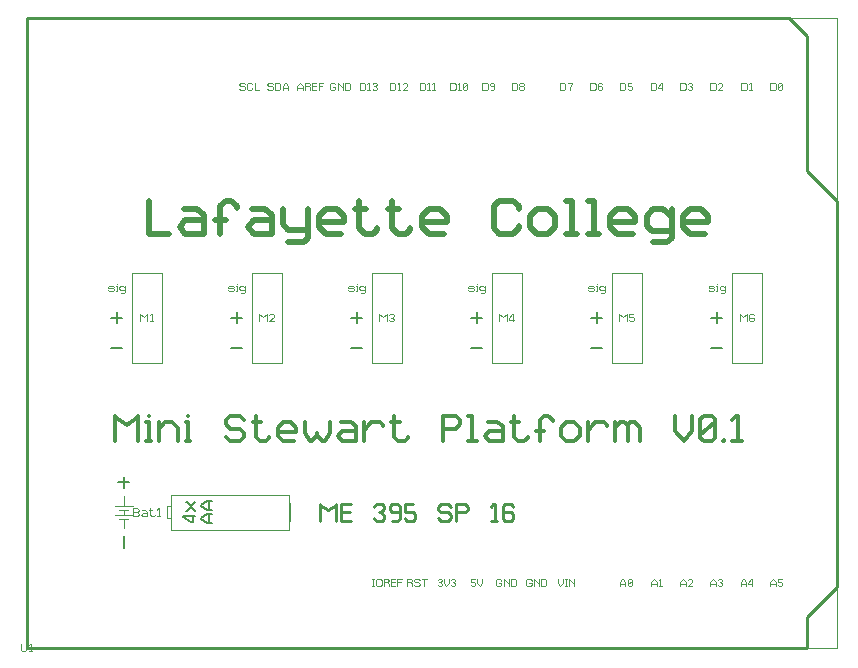
<source format=gto>
G75*
G71*
%OFA0B0*%
%FSLAX23Y23*%
%IPPOS*%
%LPD*%
%ADD10C,0.1*%
%ADD11C,0.111*%
%ADD12C,0.15*%
%ADD13C,0.2*%
%ADD14C,0.167*%
%ADD15C,0.25*%
%ADD16C,0.47*%
%ADD17C,0.353*%
%ADD18C,0.235*%
%LPD*%D10*
X0Y0D02*
X0Y100D01*
X0Y200D01*
X0Y300D01*
X0Y400D01*
X0Y499D01*
X0Y599D01*
X0Y699D01*
X0Y799D01*
X0Y899D01*
X0Y999D01*
X0Y1099D01*
X0Y1199D01*
X0Y1299D01*
X0Y1398D01*
X0Y1498D01*
X0Y1598D01*
X0Y1698D01*
X0Y1798D01*
X0Y1898D01*
X0Y1998D01*
X0Y2098D01*
X0Y2198D01*
X0Y2297D01*
X0Y2397D01*
X0Y2497D01*
X0Y2597D01*
X0Y2697D01*
X0Y2797D01*
X0Y2897D01*
X0Y2997D01*
X0Y3097D01*
X0Y3196D01*
X0Y3296D01*
X0Y3396D01*
X0Y3496D01*
X0Y3596D01*
X0Y3696D01*
X0Y3796D01*
X0Y3896D01*
X0Y3995D01*
X0Y4095D01*
X0Y4195D01*
X0Y4295D01*
X0Y4395D01*
X0Y4495D01*
X0Y4595D01*
X0Y4695D01*
X0Y4795D01*
X0Y4894D01*
X0Y4994D01*
X0Y5094D01*
X0Y5194D01*
X0Y5294D01*
X0Y5394D01*
X0Y5494D01*
X0Y5594D01*
X0Y5694D01*
X0Y5793D01*
X0Y5893D01*
X0Y5993D01*
X0Y6093D01*
X0Y6193D01*
X0Y6293D01*
X0Y6393D01*
X0Y6493D01*
X0Y6593D01*
X0Y6692D01*
X0Y6792D01*
X0Y6892D01*
X0Y6992D01*
X0Y7092D01*
X0Y7192D01*
X0Y7292D01*
X0Y7392D01*
X0Y7492D01*
X0Y7591D01*
X0Y7691D01*
X0Y7791D01*
X0Y7891D01*
X0Y7991D01*
X0Y8091D01*
X0Y8191D01*
X0Y8291D01*
X0Y8391D01*
X0Y8490D01*
X0Y8590D01*
X0Y8690D01*
X0Y8790D01*
X0Y8890D01*
X0Y8990D01*
X0Y9090D01*
X0Y9190D01*
X0Y9290D01*
X0Y9389D01*
X0Y9489D01*
X0Y9589D01*
X0Y9689D01*
X0Y9789D01*
X0Y9889D01*
X0Y9989D01*
X0Y10089D01*
X0Y10188D01*
X0Y10288D01*
X0Y10388D01*
X0Y10488D01*
X0Y10588D01*
X0Y10688D01*
X0Y10788D01*
X0Y10888D01*
X0Y10988D01*
X0Y11087D01*
X0Y11187D01*
X0Y11287D01*
X0Y11387D01*
X0Y11487D01*
X0Y11587D01*
X0Y11687D01*
X0Y11787D01*
X0Y11887D01*
X0Y11986D01*
X0Y12086D01*
X0Y12186D01*
X0Y12286D01*
X0Y12386D01*
X0Y12486D01*
X0Y12586D01*
X0Y12686D01*
X0Y12786D01*
X0Y12885D01*
X0Y12985D01*
X0Y13085D01*
X0Y13185D01*
X0Y13285D01*
X0Y13385D01*
X0Y13485D01*
X0Y13585D01*
X0Y13685D01*
X0Y13784D01*
X0Y13884D01*
X0Y13984D01*
X0Y14084D01*
X0Y14184D01*
X0Y14284D01*
X0Y14384D01*
X0Y14484D01*
X0Y14584D01*
X0Y14683D01*
X0Y14783D01*
X0Y14883D01*
X0Y14983D01*
X0Y15083D01*
X0Y15183D01*
X0Y15283D01*
X0Y15383D01*
X0Y15483D01*
X0Y15582D01*
X0Y15682D01*
X0Y15782D01*
X0Y15882D01*
X0Y15982D01*
X0Y16082D01*
X0Y16182D01*
X0Y16282D01*
X0Y16381D01*
X0Y16481D01*
X0Y16581D01*
X0Y16681D01*
X0Y16781D01*
X0Y16881D01*
X0Y16981D01*
X0Y17081D01*
X0Y17181D01*
X0Y17280D01*
X0Y17380D01*
X0Y17480D01*
X0Y17580D01*
X0Y17680D01*
X0Y17780D01*
X0Y17880D01*
X0Y17980D01*
X0Y18080D01*
X0Y18179D01*
X0Y18279D01*
X0Y18379D01*
X0Y18479D01*
X0Y18579D01*
X0Y18679D01*
X0Y18779D01*
X0Y18879D01*
X0Y18979D01*
X0Y19078D01*
X0Y19178D01*
X0Y19278D01*
X0Y19378D01*
X0Y19478D01*
X0Y19578D01*
X0Y19678D01*
X0Y19778D01*
X0Y19878D01*
X0Y19977D01*
X0Y20077D01*
X0Y20177D01*
X0Y20277D01*
X0Y20377D01*
X0Y20477D01*
X0Y20577D01*
X0Y20677D01*
X0Y20777D01*
X0Y20876D01*
X0Y20976D01*
X0Y21076D01*
X0Y21176D01*
X0Y21276D01*
X0Y21376D01*
X0Y21476D01*
X0Y21576D01*
X0Y21676D01*
X0Y21775D01*
X0Y21875D01*
X0Y21975D01*
X0Y22075D01*
X0Y22175D01*
X0Y22275D01*
X0Y22375D01*
X0Y22475D01*
X0Y22575D01*
X0Y22674D01*
X0Y22774D01*
X0Y22874D01*
X0Y22974D01*
X0Y23074D01*
X0Y23174D01*
X0Y23274D01*
X0Y23374D01*
X0Y23473D01*
X0Y23573D01*
X0Y23673D01*
X0Y23773D01*
X0Y23873D01*
X0Y23973D01*
X0Y24073D01*
X0Y24173D01*
X0Y24273D01*
X0Y24372D01*
X0Y24472D01*
X0Y24572D01*
X0Y24672D01*
X0Y24772D01*
X0Y24872D01*
X0Y24972D01*
X0Y25072D01*
X0Y25172D01*
X0Y25271D01*
X0Y25371D01*
X0Y25471D01*
X0Y25571D01*
X0Y25671D01*
X0Y25771D01*
X0Y25871D01*
X0Y25971D01*
X0Y26071D01*
X0Y26170D01*
X0Y26270D01*
X0Y26370D01*
X0Y26470D01*
X0Y26570D01*
X0Y26670D01*
X0Y26770D01*
X0Y26870D01*
X0Y26970D01*
X0Y27069D01*
X0Y27169D01*
X0Y27269D01*
X0Y27369D01*
X0Y27469D01*
X0Y27569D01*
X0Y27669D01*
X0Y27769D01*
X0Y27869D01*
X0Y27968D01*
X0Y28068D01*
X0Y28168D01*
X0Y28268D01*
X0Y28368D01*
X0Y28468D01*
X0Y28568D01*
X0Y28668D01*
X0Y28768D01*
X0Y28867D01*
X0Y28967D01*
X0Y29067D01*
X0Y29167D01*
X0Y29267D01*
X0Y29367D01*
X0Y29467D01*
X0Y29567D01*
X0Y29667D01*
X0Y29766D01*
X0Y29866D01*
X0Y29966D01*
X0Y30066D01*
X0Y30166D01*
X0Y30266D01*
X0Y30366D01*
X0Y30466D01*
X0Y30565D01*
X0Y30665D01*
X0Y30765D01*
X0Y30865D01*
X0Y30965D01*
X0Y31065D01*
X0Y31165D01*
X0Y31265D01*
X0Y31365D01*
X0Y31464D01*
X0Y31564D01*
X0Y31664D01*
X0Y31764D01*
X0Y31864D01*
X0Y31964D01*
X0Y32064D01*
X0Y32164D01*
X0Y32264D01*
X0Y32363D01*
X0Y32463D01*
X0Y32563D01*
X0Y32663D01*
X0Y32763D01*
X0Y32863D01*
X0Y32963D01*
X0Y33063D01*
X0Y33163D01*
X0Y33262D01*
X0Y33362D01*
X0Y33462D01*
X0Y33562D01*
X0Y33662D01*
X0Y33762D01*
X0Y33862D01*
X0Y33962D01*
X0Y34062D01*
X0Y34161D01*
X0Y34261D01*
X0Y34361D01*
X0Y34461D01*
X0Y34561D01*
X0Y34661D01*
X0Y34761D01*
X0Y34861D01*
X0Y34961D01*
X0Y35060D01*
X0Y35160D01*
X0Y35260D01*
X0Y35360D01*
X0Y35460D01*
X0Y35560D01*
X0Y35660D01*
X0Y35760D01*
X0Y35860D01*
X0Y35959D01*
X0Y36059D01*
X0Y36159D01*
X0Y36259D01*
X0Y36359D01*
X0Y36459D01*
X0Y36559D01*
X0Y36659D01*
X0Y36759D01*
X0Y36858D01*
X0Y36958D01*
X0Y37058D01*
X0Y37158D01*
X0Y37258D01*
X0Y37358D01*
X0Y37458D01*
X0Y37558D01*
X0Y37658D01*
X0Y37757D01*
X0Y37857D01*
X0Y37957D01*
X0Y38057D01*
X0Y38157D01*
X0Y38257D01*
X0Y38357D01*
X0Y38457D01*
X0Y38556D01*
X0Y38656D01*
X0Y38756D01*
X0Y38856D01*
X0Y38956D01*
X0Y39056D01*
X0Y39156D01*
X0Y39256D01*
X0Y39356D01*
X0Y39455D01*
X0Y39555D01*
X0Y39655D01*
X0Y39755D01*
X0Y39855D01*
X0Y39955D01*
X0Y40055D01*
X0Y40155D01*
X0Y40255D01*
X0Y40354D01*
X0Y40454D01*
X0Y40554D01*
X0Y40654D01*
X0Y40754D01*
X0Y40854D01*
X0Y40954D01*
X0Y41054D01*
X0Y41154D01*
X0Y41253D01*
X0Y41353D01*
X0Y41453D01*
X0Y41553D01*
X0Y41653D01*
X0Y41753D01*
X0Y41853D01*
X0Y41953D01*
X0Y42053D01*
X0Y42152D01*
X0Y42252D01*
X0Y42352D01*
X0Y42452D01*
X0Y42552D01*
X0Y42652D01*
X0Y42752D01*
X0Y42852D01*
X0Y42952D01*
X0Y43051D01*
X0Y43151D01*
X0Y43251D01*
X0Y43351D01*
X0Y43451D01*
X0Y43551D01*
X0Y43651D01*
X0Y43751D01*
X0Y43851D01*
X0Y43950D01*
X0Y44050D01*
X0Y44150D01*
X0Y44250D01*
X0Y44350D01*
X0Y44450D01*
X0Y44550D01*
X0Y44650D01*
X0Y44750D01*
X0Y44849D01*
X0Y44949D01*
X0Y45049D01*
X0Y45149D01*
X0Y45249D01*
X0Y45349D01*
X0Y45449D01*
X0Y45549D01*
X0Y45649D01*
X0Y45748D01*
X0Y45848D01*
X0Y45948D01*
X0Y46048D01*
X0Y46148D01*
X0Y46248D01*
X0Y46348D01*
X0Y46448D01*
X0Y46548D01*
X0Y46647D01*
X0Y46747D01*
X0Y46847D01*
X0Y46947D01*
X0Y47047D01*
X0Y47147D01*
X0Y47247D01*
X0Y47347D01*
X0Y47447D01*
X0Y47546D01*
X0Y47646D01*
X0Y47746D01*
X0Y47846D01*
X0Y47946D01*
X0Y48046D01*
X0Y48146D01*
X0Y48246D01*
X0Y48346D01*
X0Y48445D01*
X0Y48545D01*
X0Y48645D01*
X0Y48745D01*
X0Y48845D01*
X0Y48945D01*
X0Y49045D01*
X0Y49145D01*
X0Y49244D01*
X0Y49344D01*
X0Y49444D01*
X0Y49544D01*
X0Y49644D01*
X0Y49744D01*
X0Y49844D01*
X0Y49944D01*
X0Y50044D01*
X0Y50143D01*
X0Y50243D01*
X0Y50343D01*
X0Y50443D01*
X0Y50543D01*
X0Y50643D01*
X0Y50743D01*
X0Y50843D01*
X0Y50943D01*
X0Y51043D01*
X0Y51142D01*
X0Y51242D01*
X0Y51342D01*
X0Y51442D01*
X0Y51542D01*
X0Y51642D01*
X0Y51742D01*
X0Y51842D01*
X0Y51942D01*
X0Y52041D01*
X0Y52141D01*
X0Y52241D01*
X0Y52341D01*
X0Y52441D01*
X0Y52541D01*
X0Y52641D01*
X0Y52741D01*
X0Y52841D01*
X0Y52940D01*
X0Y53040D01*
X0Y53140D01*
X0Y53240D01*
X0Y53340D01*
X100Y53340D01*
X200Y53340D01*
X300Y53340D01*
X400Y53340D01*
X500Y53340D01*
X600Y53340D01*
X700Y53340D01*
X800Y53340D01*
X900Y53340D01*
X1000Y53340D01*
X1100Y53340D01*
X1200Y53340D01*
X1300Y53340D01*
X1400Y53340D01*
X1500Y53340D01*
X1600Y53340D01*
X1699Y53340D01*
X1799Y53340D01*
X1899Y53340D01*
X1999Y53340D01*
X2099Y53340D01*
X2199Y53340D01*
X2299Y53340D01*
X2399Y53340D01*
X2499Y53340D01*
X2599Y53340D01*
X2699Y53340D01*
X2799Y53340D01*
X2899Y53340D01*
X2999Y53340D01*
X3099Y53340D01*
X3199Y53340D01*
X3299Y53340D01*
X3399Y53340D01*
X3499Y53340D01*
X3599Y53340D01*
X3699Y53340D01*
X3799Y53340D01*
X3899Y53340D01*
X3999Y53340D01*
X4099Y53340D01*
X4199Y53340D01*
X4299Y53340D01*
X4399Y53340D01*
X4499Y53340D01*
X4599Y53340D01*
X4699Y53340D01*
X4799Y53340D01*
X4899Y53340D01*
X4999Y53340D01*
X5098Y53340D01*
X5198Y53340D01*
X5298Y53340D01*
X5398Y53340D01*
X5498Y53340D01*
X5598Y53340D01*
X5698Y53340D01*
X5798Y53340D01*
X5898Y53340D01*
X5998Y53340D01*
X6098Y53340D01*
X6198Y53340D01*
X6298Y53340D01*
X6398Y53340D01*
X6498Y53340D01*
X6598Y53340D01*
X6698Y53340D01*
X6798Y53340D01*
X6898Y53340D01*
X6998Y53340D01*
X7098Y53340D01*
X7198Y53340D01*
X7298Y53340D01*
X7398Y53340D01*
X7498Y53340D01*
X7598Y53340D01*
X7698Y53340D01*
X7798Y53340D01*
X7898Y53340D01*
X7998Y53340D01*
X8098Y53340D01*
X8198Y53340D01*
X8298Y53340D01*
X8398Y53340D01*
X8497Y53340D01*
X8597Y53340D01*
X8697Y53340D01*
X8797Y53340D01*
X8897Y53340D01*
X8997Y53340D01*
X9097Y53340D01*
X9197Y53340D01*
X9297Y53340D01*
X9397Y53340D01*
X9497Y53340D01*
X9597Y53340D01*
X9697Y53340D01*
X9797Y53340D01*
X9897Y53340D01*
X9997Y53340D01*
X10097Y53340D01*
X10197Y53340D01*
X10297Y53340D01*
X10397Y53340D01*
X10497Y53340D01*
X10597Y53340D01*
X10697Y53340D01*
X10797Y53340D01*
X10897Y53340D01*
X10997Y53340D01*
X11097Y53340D01*
X11197Y53340D01*
X11297Y53340D01*
X11397Y53340D01*
X11497Y53340D01*
X11597Y53340D01*
X11697Y53340D01*
X11797Y53340D01*
X11896Y53340D01*
X11996Y53340D01*
X12096Y53340D01*
X12196Y53340D01*
X12296Y53340D01*
X12396Y53340D01*
X12496Y53340D01*
X12596Y53340D01*
X12696Y53340D01*
X12796Y53340D01*
X12896Y53340D01*
X12996Y53340D01*
X13096Y53340D01*
X13196Y53340D01*
X13296Y53340D01*
X13396Y53340D01*
X13496Y53340D01*
X13596Y53340D01*
X13696Y53340D01*
X13796Y53340D01*
X13896Y53340D01*
X13996Y53340D01*
X14096Y53340D01*
X14196Y53340D01*
X14296Y53340D01*
X14396Y53340D01*
X14496Y53340D01*
X14596Y53340D01*
X14696Y53340D01*
X14796Y53340D01*
X14896Y53340D01*
X14996Y53340D01*
X15096Y53340D01*
X15195Y53340D01*
X15295Y53340D01*
X15395Y53340D01*
X15495Y53340D01*
X15595Y53340D01*
X15695Y53340D01*
X15795Y53340D01*
X15895Y53340D01*
X15995Y53340D01*
X16095Y53340D01*
X16195Y53340D01*
X16295Y53340D01*
X16395Y53340D01*
X16495Y53340D01*
X16595Y53340D01*
X16695Y53340D01*
X16795Y53340D01*
X16895Y53340D01*
X16995Y53340D01*
X17095Y53340D01*
X17195Y53340D01*
X17295Y53340D01*
X17395Y53340D01*
X17495Y53340D01*
X17595Y53340D01*
X17695Y53340D01*
X17795Y53340D01*
X17895Y53340D01*
X17995Y53340D01*
X18095Y53340D01*
X18195Y53340D01*
X18295Y53340D01*
X18395Y53340D01*
X18495Y53340D01*
X18594Y53340D01*
X18694Y53340D01*
X18794Y53340D01*
X18894Y53340D01*
X18994Y53340D01*
X19094Y53340D01*
X19194Y53340D01*
X19294Y53340D01*
X19394Y53340D01*
X19494Y53340D01*
X19594Y53340D01*
X19694Y53340D01*
X19794Y53340D01*
X19894Y53340D01*
X19994Y53340D01*
X20094Y53340D01*
X20194Y53340D01*
X20294Y53340D01*
X20394Y53340D01*
X20494Y53340D01*
X20594Y53340D01*
X20694Y53340D01*
X20794Y53340D01*
X20894Y53340D01*
X20994Y53340D01*
X21094Y53340D01*
X21194Y53340D01*
X21294Y53340D01*
X21394Y53340D01*
X21494Y53340D01*
X21594Y53340D01*
X21694Y53340D01*
X21794Y53340D01*
X21894Y53340D01*
X21993Y53340D01*
X22093Y53340D01*
X22193Y53340D01*
X22293Y53340D01*
X22393Y53340D01*
X22493Y53340D01*
X22593Y53340D01*
X22693Y53340D01*
X22793Y53340D01*
X22893Y53340D01*
X22993Y53340D01*
X23093Y53340D01*
X23193Y53340D01*
X23293Y53340D01*
X23393Y53340D01*
X23493Y53340D01*
X23593Y53340D01*
X23693Y53340D01*
X23793Y53340D01*
X23893Y53340D01*
X23993Y53340D01*
X24093Y53340D01*
X24193Y53340D01*
X24293Y53340D01*
X24393Y53340D01*
X24493Y53340D01*
X24593Y53340D01*
X24693Y53340D01*
X24793Y53340D01*
X24893Y53340D01*
X24993Y53340D01*
X25093Y53340D01*
X25193Y53340D01*
X25293Y53340D01*
X25392Y53340D01*
X25492Y53340D01*
X25592Y53340D01*
X25692Y53340D01*
X25792Y53340D01*
X25892Y53340D01*
X25992Y53340D01*
X26092Y53340D01*
X26192Y53340D01*
X26292Y53340D01*
X26392Y53340D01*
X26492Y53340D01*
X26592Y53340D01*
X26692Y53340D01*
X26792Y53340D01*
X26892Y53340D01*
X26992Y53340D01*
X27092Y53340D01*
X27192Y53340D01*
X27292Y53340D01*
X27392Y53340D01*
X27492Y53340D01*
X27592Y53340D01*
X27692Y53340D01*
X27792Y53340D01*
X27892Y53340D01*
X27992Y53340D01*
X28092Y53340D01*
X28192Y53340D01*
X28292Y53340D01*
X28392Y53340D01*
X28492Y53340D01*
X28592Y53340D01*
X28692Y53340D01*
X28791Y53340D01*
X28891Y53340D01*
X28991Y53340D01*
X29091Y53340D01*
X29191Y53340D01*
X29291Y53340D01*
X29391Y53340D01*
X29491Y53340D01*
X29591Y53340D01*
X29691Y53340D01*
X29791Y53340D01*
X29891Y53340D01*
X29991Y53340D01*
X30091Y53340D01*
X30191Y53340D01*
X30291Y53340D01*
X30391Y53340D01*
X30491Y53340D01*
X30591Y53340D01*
X30691Y53340D01*
X30791Y53340D01*
X30891Y53340D01*
X30991Y53340D01*
X31091Y53340D01*
X31191Y53340D01*
X31291Y53340D01*
X31391Y53340D01*
X31491Y53340D01*
X31591Y53340D01*
X31691Y53340D01*
X31791Y53340D01*
X31891Y53340D01*
X31991Y53340D01*
X32090Y53340D01*
X32190Y53340D01*
X32290Y53340D01*
X32390Y53340D01*
X32490Y53340D01*
X32590Y53340D01*
X32690Y53340D01*
X32790Y53340D01*
X32890Y53340D01*
X32990Y53340D01*
X33090Y53340D01*
X33190Y53340D01*
X33290Y53340D01*
X33390Y53340D01*
X33490Y53340D01*
X33590Y53340D01*
X33690Y53340D01*
X33790Y53340D01*
X33890Y53340D01*
X33990Y53340D01*
X34090Y53340D01*
X34190Y53340D01*
X34290Y53340D01*
X34390Y53340D01*
X34490Y53340D01*
X34590Y53340D01*
X34690Y53340D01*
X34790Y53340D01*
X34890Y53340D01*
X34990Y53340D01*
X35090Y53340D01*
X35190Y53340D01*
X35290Y53340D01*
X35390Y53340D01*
X35490Y53340D01*
X35589Y53340D01*
X35689Y53340D01*
X35789Y53340D01*
X35889Y53340D01*
X35989Y53340D01*
X36089Y53340D01*
X36189Y53340D01*
X36289Y53340D01*
X36389Y53340D01*
X36489Y53340D01*
X36589Y53340D01*
X36689Y53340D01*
X36789Y53340D01*
X36889Y53340D01*
X36989Y53340D01*
X37089Y53340D01*
X37189Y53340D01*
X37289Y53340D01*
X37389Y53340D01*
X37489Y53340D01*
X37589Y53340D01*
X37689Y53340D01*
X37789Y53340D01*
X37889Y53340D01*
X37989Y53340D01*
X38089Y53340D01*
X38189Y53340D01*
X38289Y53340D01*
X38389Y53340D01*
X38489Y53340D01*
X38589Y53340D01*
X38689Y53340D01*
X38789Y53340D01*
X38888Y53340D01*
X38988Y53340D01*
X39088Y53340D01*
X39188Y53340D01*
X39288Y53340D01*
X39388Y53340D01*
X39488Y53340D01*
X39588Y53340D01*
X39688Y53340D01*
X39788Y53340D01*
X39888Y53340D01*
X39988Y53340D01*
X40088Y53340D01*
X40188Y53340D01*
X40288Y53340D01*
X40388Y53340D01*
X40488Y53340D01*
X40588Y53340D01*
X40688Y53340D01*
X40788Y53340D01*
X40888Y53340D01*
X40988Y53340D01*
X41088Y53340D01*
X41188Y53340D01*
X41288Y53340D01*
X41388Y53340D01*
X41488Y53340D01*
X41588Y53340D01*
X41688Y53340D01*
X41788Y53340D01*
X41888Y53340D01*
X41988Y53340D01*
X42088Y53340D01*
X42188Y53340D01*
X42288Y53340D01*
X42387Y53340D01*
X42487Y53340D01*
X42587Y53340D01*
X42687Y53340D01*
X42787Y53340D01*
X42887Y53340D01*
X42987Y53340D01*
X43087Y53340D01*
X43187Y53340D01*
X43287Y53340D01*
X43387Y53340D01*
X43487Y53340D01*
X43587Y53340D01*
X43687Y53340D01*
X43787Y53340D01*
X43887Y53340D01*
X43987Y53340D01*
X44087Y53340D01*
X44187Y53340D01*
X44287Y53340D01*
X44387Y53340D01*
X44487Y53340D01*
X44587Y53340D01*
X44687Y53340D01*
X44787Y53340D01*
X44887Y53340D01*
X44987Y53340D01*
X45087Y53340D01*
X45187Y53340D01*
X45287Y53340D01*
X45387Y53340D01*
X45487Y53340D01*
X45587Y53340D01*
X45687Y53340D01*
X45786Y53340D01*
X45886Y53340D01*
X45986Y53340D01*
X46086Y53340D01*
X46186Y53340D01*
X46286Y53340D01*
X46386Y53340D01*
X46486Y53340D01*
X46586Y53340D01*
X46686Y53340D01*
X46786Y53340D01*
X46886Y53340D01*
X46986Y53340D01*
X47086Y53340D01*
X47186Y53340D01*
X47286Y53340D01*
X47386Y53340D01*
X47486Y53340D01*
X47586Y53340D01*
X47686Y53340D01*
X47786Y53340D01*
X47886Y53340D01*
X47986Y53340D01*
X48086Y53340D01*
X48186Y53340D01*
X48286Y53340D01*
X48386Y53340D01*
X48486Y53340D01*
X48586Y53340D01*
X48686Y53340D01*
X48786Y53340D01*
X48886Y53340D01*
X48986Y53340D01*
X49086Y53340D01*
X49185Y53340D01*
X49285Y53340D01*
X49385Y53340D01*
X49485Y53340D01*
X49585Y53340D01*
X49685Y53340D01*
X49785Y53340D01*
X49885Y53340D01*
X49985Y53340D01*
X50085Y53340D01*
X50185Y53340D01*
X50285Y53340D01*
X50385Y53340D01*
X50485Y53340D01*
X50585Y53340D01*
X50685Y53340D01*
X50785Y53340D01*
X50885Y53340D01*
X50985Y53340D01*
X51085Y53340D01*
X51185Y53340D01*
X51285Y53340D01*
X51385Y53340D01*
X51485Y53340D01*
X51585Y53340D01*
X51685Y53340D01*
X51785Y53340D01*
X51885Y53340D01*
X51985Y53340D01*
X52085Y53340D01*
X52185Y53340D01*
X52285Y53340D01*
X52385Y53340D01*
X52485Y53340D01*
X52584Y53340D01*
X52684Y53340D01*
X52784Y53340D01*
X52884Y53340D01*
X52984Y53340D01*
X53084Y53340D01*
X53184Y53340D01*
X53284Y53340D01*
X53384Y53340D01*
X53484Y53340D01*
X53584Y53340D01*
X53684Y53340D01*
X53784Y53340D01*
X53884Y53340D01*
X53984Y53340D01*
X54084Y53340D01*
X54184Y53340D01*
X54284Y53340D01*
X54384Y53340D01*
X54484Y53340D01*
X54584Y53340D01*
X54684Y53340D01*
X54784Y53340D01*
X54884Y53340D01*
X54984Y53340D01*
X55084Y53340D01*
X55184Y53340D01*
X55284Y53340D01*
X55384Y53340D01*
X55484Y53340D01*
X55584Y53340D01*
X55684Y53340D01*
X55784Y53340D01*
X55884Y53340D01*
X55983Y53340D01*
X56083Y53340D01*
X56183Y53340D01*
X56283Y53340D01*
X56383Y53340D01*
X56483Y53340D01*
X56583Y53340D01*
X56683Y53340D01*
X56783Y53340D01*
X56883Y53340D01*
X56983Y53340D01*
X57083Y53340D01*
X57183Y53340D01*
X57283Y53340D01*
X57383Y53340D01*
X57483Y53340D01*
X57583Y53340D01*
X57683Y53340D01*
X57783Y53340D01*
X57883Y53340D01*
X57983Y53340D01*
X58083Y53340D01*
X58183Y53340D01*
X58283Y53340D01*
X58383Y53340D01*
X58483Y53340D01*
X58583Y53340D01*
X58683Y53340D01*
X58783Y53340D01*
X58883Y53340D01*
X58983Y53340D01*
X59083Y53340D01*
X59183Y53340D01*
X59283Y53340D01*
X59383Y53340D01*
X59482Y53340D01*
X59582Y53340D01*
X59682Y53340D01*
X59782Y53340D01*
X59882Y53340D01*
X59982Y53340D01*
X60082Y53340D01*
X60182Y53340D01*
X60282Y53340D01*
X60382Y53340D01*
X60482Y53340D01*
X60582Y53340D01*
X60682Y53340D01*
X60782Y53340D01*
X60882Y53340D01*
X60982Y53340D01*
X61082Y53340D01*
X61182Y53340D01*
X61282Y53340D01*
X61382Y53340D01*
X61482Y53340D01*
X61582Y53340D01*
X61682Y53340D01*
X61782Y53340D01*
X61882Y53340D01*
X61982Y53340D01*
X62082Y53340D01*
X62182Y53340D01*
X62282Y53340D01*
X62382Y53340D01*
X62482Y53340D01*
X62582Y53340D01*
X62682Y53340D01*
X62782Y53340D01*
X62882Y53340D01*
X62981Y53340D01*
X63081Y53340D01*
X63181Y53340D01*
X63281Y53340D01*
X63381Y53340D01*
X63481Y53340D01*
X63581Y53340D01*
X63681Y53340D01*
X63781Y53340D01*
X63881Y53340D01*
X63981Y53340D01*
X64081Y53340D01*
X64181Y53340D01*
X64281Y53340D01*
X64381Y53340D01*
X64481Y53340D01*
X64581Y53340D01*
X64681Y53340D01*
X64781Y53340D01*
X64881Y53340D01*
X64981Y53340D01*
X65081Y53340D01*
X65181Y53340D01*
X65281Y53340D01*
X65381Y53340D01*
X65481Y53340D01*
X65581Y53340D01*
X65681Y53340D01*
X65781Y53340D01*
X65881Y53340D01*
X65981Y53340D01*
X66081Y53340D01*
X66181Y53340D01*
X66281Y53340D01*
X66381Y53340D01*
X66481Y53340D01*
X66580Y53340D01*
X66680Y53340D01*
X66780Y53340D01*
X66880Y53340D01*
X66980Y53340D01*
X67080Y53340D01*
X67180Y53340D01*
X67280Y53340D01*
X67380Y53340D01*
X67480Y53340D01*
X67580Y53340D01*
X67680Y53340D01*
X67780Y53340D01*
X67880Y53340D01*
X67980Y53340D01*
X68080Y53340D01*
X68180Y53340D01*
X68280Y53340D01*
X68380Y53340D01*
X68480Y53340D01*
X68580Y53340D01*
X68580Y53240D01*
X68580Y53140D01*
X68580Y53040D01*
X68580Y52940D01*
X68580Y52841D01*
X68580Y52741D01*
X68580Y52641D01*
X68580Y52541D01*
X68580Y52441D01*
X68580Y52341D01*
X68580Y52241D01*
X68580Y52141D01*
X68580Y52041D01*
X68580Y51942D01*
X68580Y51842D01*
X68580Y51742D01*
X68580Y51642D01*
X68580Y51542D01*
X68580Y51442D01*
X68580Y51342D01*
X68580Y51242D01*
X68580Y51142D01*
X68580Y51043D01*
X68580Y50943D01*
X68580Y50843D01*
X68580Y50743D01*
X68580Y50643D01*
X68580Y50543D01*
X68580Y50443D01*
X68580Y50343D01*
X68580Y50243D01*
X68580Y50144D01*
X68580Y50044D01*
X68580Y49944D01*
X68580Y49844D01*
X68580Y49744D01*
X68580Y49644D01*
X68580Y49544D01*
X68580Y49444D01*
X68580Y49345D01*
X68580Y49245D01*
X68580Y49145D01*
X68580Y49045D01*
X68580Y48945D01*
X68580Y48845D01*
X68580Y48745D01*
X68580Y48645D01*
X68580Y48545D01*
X68580Y48446D01*
X68580Y48346D01*
X68580Y48246D01*
X68580Y48146D01*
X68580Y48046D01*
X68580Y47946D01*
X68580Y47846D01*
X68580Y47746D01*
X68580Y47646D01*
X68580Y47547D01*
X68580Y47447D01*
X68580Y47347D01*
X68580Y47247D01*
X68580Y47147D01*
X68580Y47047D01*
X68580Y46947D01*
X68580Y46847D01*
X68580Y46747D01*
X68580Y46648D01*
X68580Y46548D01*
X68580Y46448D01*
X68580Y46348D01*
X68580Y46248D01*
X68580Y46148D01*
X68580Y46048D01*
X68580Y45948D01*
X68580Y45848D01*
X68580Y45749D01*
X68580Y45649D01*
X68580Y45549D01*
X68580Y45449D01*
X68580Y45349D01*
X68580Y45249D01*
X68580Y45149D01*
X68580Y45049D01*
X68580Y44949D01*
X68580Y44850D01*
X68580Y44750D01*
X68580Y44650D01*
X68580Y44550D01*
X68580Y44450D01*
X68580Y44350D01*
X68580Y44250D01*
X68580Y44150D01*
X68580Y44050D01*
X68580Y43951D01*
X68580Y43851D01*
X68580Y43751D01*
X68580Y43651D01*
X68580Y43551D01*
X68580Y43451D01*
X68580Y43351D01*
X68580Y43251D01*
X68580Y43152D01*
X68580Y43052D01*
X68580Y42952D01*
X68580Y42852D01*
X68580Y42752D01*
X68580Y42652D01*
X68580Y42552D01*
X68580Y42452D01*
X68580Y42352D01*
X68580Y42253D01*
X68580Y42153D01*
X68580Y42053D01*
X68580Y41953D01*
X68580Y41853D01*
X68580Y41753D01*
X68580Y41653D01*
X68580Y41553D01*
X68580Y41453D01*
X68580Y41354D01*
X68580Y41254D01*
X68580Y41154D01*
X68580Y41054D01*
X68580Y40954D01*
X68580Y40854D01*
X68580Y40754D01*
X68580Y40654D01*
X68580Y40554D01*
X68580Y40455D01*
X68580Y40355D01*
X68580Y40255D01*
X68580Y40155D01*
X68580Y40055D01*
X68580Y39955D01*
X68580Y39855D01*
X68580Y39755D01*
X68580Y39655D01*
X68580Y39556D01*
X68580Y39456D01*
X68580Y39356D01*
X68580Y39256D01*
X68580Y39156D01*
X68580Y39056D01*
X68580Y38956D01*
X68580Y38856D01*
X68580Y38756D01*
X68580Y38657D01*
X68580Y38557D01*
X68580Y38457D01*
X68580Y38357D01*
X68580Y38257D01*
X68580Y38157D01*
X68580Y38057D01*
X68580Y37957D01*
X68580Y37857D01*
X68580Y37758D01*
X68580Y37658D01*
X68580Y37558D01*
X68580Y37458D01*
X68580Y37358D01*
X68580Y37258D01*
X68580Y37158D01*
X68580Y37058D01*
X68580Y36959D01*
X68580Y36859D01*
X68580Y36759D01*
X68580Y36659D01*
X68580Y36559D01*
X68580Y36459D01*
X68580Y36359D01*
X68580Y36259D01*
X68580Y36159D01*
X68580Y36060D01*
X68580Y35960D01*
X68580Y35860D01*
X68580Y35760D01*
X68580Y35660D01*
X68580Y35560D01*
X68580Y35460D01*
X68580Y35360D01*
X68580Y35260D01*
X68580Y35161D01*
X68580Y35061D01*
X68580Y34961D01*
X68580Y34861D01*
X68580Y34761D01*
X68580Y34661D01*
X68580Y34561D01*
X68580Y34461D01*
X68580Y34361D01*
X68580Y34262D01*
X68580Y34162D01*
X68580Y34062D01*
X68580Y33962D01*
X68580Y33862D01*
X68580Y33762D01*
X68580Y33662D01*
X68580Y33562D01*
X68580Y33462D01*
X68580Y33363D01*
X68580Y33263D01*
X68580Y33163D01*
X68580Y33063D01*
X68580Y32963D01*
X68580Y32863D01*
X68580Y32763D01*
X68580Y32663D01*
X68580Y32563D01*
X68580Y32464D01*
X68580Y32364D01*
X68580Y32264D01*
X68580Y32164D01*
X68580Y32064D01*
X68580Y31964D01*
X68580Y31864D01*
X68580Y31764D01*
X68580Y31664D01*
X68580Y31565D01*
X68580Y31465D01*
X68580Y31365D01*
X68580Y31265D01*
X68580Y31165D01*
X68580Y31065D01*
X68580Y30965D01*
X68580Y30865D01*
X68580Y30765D01*
X68580Y30666D01*
X68580Y30566D01*
X68580Y30466D01*
X68580Y30366D01*
X68580Y30266D01*
X68580Y30166D01*
X68580Y30066D01*
X68580Y29966D01*
X68580Y29867D01*
X68580Y29767D01*
X68580Y29667D01*
X68580Y29567D01*
X68580Y29467D01*
X68580Y29367D01*
X68580Y29267D01*
X68580Y29167D01*
X68580Y29067D01*
X68580Y28968D01*
X68580Y28868D01*
X68580Y28768D01*
X68580Y28668D01*
X68580Y28568D01*
X68580Y28468D01*
X68580Y28368D01*
X68580Y28268D01*
X68580Y28168D01*
X68580Y28069D01*
X68580Y27969D01*
X68580Y27869D01*
X68580Y27769D01*
X68580Y27669D01*
X68580Y27569D01*
X68580Y27469D01*
X68580Y27369D01*
X68580Y27269D01*
X68580Y27170D01*
X68580Y27070D01*
X68580Y26970D01*
X68580Y26870D01*
X68580Y26770D01*
X68580Y26670D01*
X68580Y26570D01*
X68580Y26470D01*
X68580Y26370D01*
X68580Y26271D01*
X68580Y26171D01*
X68580Y26071D01*
X68580Y25971D01*
X68580Y25871D01*
X68580Y25771D01*
X68580Y25671D01*
X68580Y25571D01*
X68580Y25471D01*
X68580Y25372D01*
X68580Y25272D01*
X68580Y25172D01*
X68580Y25072D01*
X68580Y24972D01*
X68580Y24872D01*
X68580Y24772D01*
X68580Y24672D01*
X68580Y24572D01*
X68580Y24473D01*
X68580Y24373D01*
X68580Y24273D01*
X68580Y24173D01*
X68580Y24073D01*
X68580Y23973D01*
X68580Y23873D01*
X68580Y23773D01*
X68580Y23673D01*
X68580Y23574D01*
X68580Y23474D01*
X68580Y23374D01*
X68580Y23274D01*
X68580Y23174D01*
X68580Y23074D01*
X68580Y22974D01*
X68580Y22874D01*
X68580Y22775D01*
X68580Y22675D01*
X68580Y22575D01*
X68580Y22475D01*
X68580Y22375D01*
X68580Y22275D01*
X68580Y22175D01*
X68580Y22075D01*
X68580Y21975D01*
X68580Y21876D01*
X68580Y21776D01*
X68580Y21676D01*
X68580Y21576D01*
X68580Y21476D01*
X68580Y21376D01*
X68580Y21276D01*
X68580Y21176D01*
X68580Y21076D01*
X68580Y20977D01*
X68580Y20877D01*
X68580Y20777D01*
X68580Y20677D01*
X68580Y20577D01*
X68580Y20477D01*
X68580Y20377D01*
X68580Y20277D01*
X68580Y20177D01*
X68580Y20078D01*
X68580Y19978D01*
X68580Y19878D01*
X68580Y19778D01*
X68580Y19678D01*
X68580Y19578D01*
X68580Y19478D01*
X68580Y19378D01*
X68580Y19278D01*
X68580Y19179D01*
X68580Y19079D01*
X68580Y18979D01*
X68580Y18879D01*
X68580Y18779D01*
X68580Y18679D01*
X68580Y18579D01*
X68580Y18479D01*
X68580Y18379D01*
X68580Y18280D01*
X68580Y18180D01*
X68580Y18080D01*
X68580Y17980D01*
X68580Y17880D01*
X68580Y17780D01*
X68580Y17680D01*
X68580Y17580D01*
X68580Y17480D01*
X68580Y17381D01*
X68580Y17281D01*
X68580Y17181D01*
X68580Y17081D01*
X68580Y16981D01*
X68580Y16881D01*
X68580Y16781D01*
X68580Y16681D01*
X68580Y16581D01*
X68580Y16482D01*
X68580Y16382D01*
X68580Y16282D01*
X68580Y16182D01*
X68580Y16082D01*
X68580Y15982D01*
X68580Y15882D01*
X68580Y15782D01*
X68580Y15682D01*
X68580Y15583D01*
X68580Y15483D01*
X68580Y15383D01*
X68580Y15283D01*
X68580Y15183D01*
X68580Y15083D01*
X68580Y14983D01*
X68580Y14883D01*
X68580Y14784D01*
X68580Y14684D01*
X68580Y14584D01*
X68580Y14484D01*
X68580Y14384D01*
X68580Y14284D01*
X68580Y14184D01*
X68580Y14084D01*
X68580Y13984D01*
X68580Y13885D01*
X68580Y13785D01*
X68580Y13685D01*
X68580Y13585D01*
X68580Y13485D01*
X68580Y13385D01*
X68580Y13285D01*
X68580Y13185D01*
X68580Y13085D01*
X68580Y12986D01*
X68580Y12886D01*
X68580Y12786D01*
X68580Y12686D01*
X68580Y12586D01*
X68580Y12486D01*
X68580Y12386D01*
X68580Y12286D01*
X68580Y12186D01*
X68580Y12087D01*
X68580Y11987D01*
X68580Y11887D01*
X68580Y11787D01*
X68580Y11687D01*
X68580Y11587D01*
X68580Y11487D01*
X68580Y11387D01*
X68580Y11287D01*
X68580Y11188D01*
X68580Y11088D01*
X68580Y10988D01*
X68580Y10888D01*
X68580Y10788D01*
X68580Y10688D01*
X68580Y10588D01*
X68580Y10488D01*
X68580Y10388D01*
X68580Y10289D01*
X68580Y10189D01*
X68580Y10089D01*
X68580Y9989D01*
X68580Y9889D01*
X68580Y9789D01*
X68580Y9689D01*
X68580Y9589D01*
X68580Y9489D01*
X68580Y9390D01*
X68580Y9290D01*
X68580Y9190D01*
X68580Y9090D01*
X68580Y8990D01*
X68580Y8890D01*
X68580Y8790D01*
X68580Y8690D01*
X68580Y8590D01*
X68580Y8491D01*
X68580Y8391D01*
X68580Y8291D01*
X68580Y8191D01*
X68580Y8091D01*
X68580Y7991D01*
X68580Y7891D01*
X68580Y7791D01*
X68580Y7691D01*
X68580Y7592D01*
X68580Y7492D01*
X68580Y7392D01*
X68580Y7292D01*
X68580Y7192D01*
X68580Y7092D01*
X68580Y6992D01*
X68580Y6892D01*
X68580Y6792D01*
X68580Y6693D01*
X68580Y6593D01*
X68580Y6493D01*
X68580Y6393D01*
X68580Y6293D01*
X68580Y6193D01*
X68580Y6093D01*
X68580Y5993D01*
X68580Y5893D01*
X68580Y5794D01*
X68580Y5694D01*
X68580Y5594D01*
X68580Y5494D01*
X68580Y5394D01*
X68580Y5294D01*
X68580Y5194D01*
X68580Y5094D01*
X68580Y4994D01*
X68580Y4895D01*
X68580Y4795D01*
X68580Y4695D01*
X68580Y4595D01*
X68580Y4495D01*
X68580Y4395D01*
X68580Y4295D01*
X68580Y4195D01*
X68580Y4096D01*
X68580Y3996D01*
X68580Y3896D01*
X68580Y3796D01*
X68580Y3696D01*
X68580Y3596D01*
X68580Y3496D01*
X68580Y3396D01*
X68580Y3296D01*
X68580Y3197D01*
X68580Y3097D01*
X68580Y2997D01*
X68580Y2897D01*
X68580Y2797D01*
X68580Y2697D01*
X68580Y2597D01*
X68580Y2497D01*
X68580Y2397D01*
X68580Y2297D01*
X68580Y2198D01*
X68580Y2098D01*
X68580Y1998D01*
X68580Y1898D01*
X68580Y1798D01*
X68580Y1698D01*
X68580Y1598D01*
X68580Y1498D01*
X68580Y1398D01*
X68580Y1299D01*
X68580Y1199D01*
X68580Y1099D01*
X68580Y999D01*
X68580Y899D01*
X68580Y799D01*
X68580Y699D01*
X68580Y599D01*
X68580Y499D01*
X68580Y400D01*
X68580Y300D01*
X68580Y200D01*
X68580Y100D01*
X68580Y0D01*
X68480Y0D01*
X68380Y0D01*
X68280Y0D01*
X68180Y0D01*
X68080Y0D01*
X67980Y0D01*
X67880Y0D01*
X67780Y0D01*
X67680Y0D01*
X67580Y0D01*
X67480Y0D01*
X67380Y0D01*
X67280Y0D01*
X67180Y0D01*
X67080Y0D01*
X66980Y0D01*
X66881Y0D01*
X66781Y0D01*
X66681Y0D01*
X66581Y0D01*
X66481Y0D01*
X66381Y0D01*
X66281Y0D01*
X66181Y0D01*
X66081Y0D01*
X65981Y0D01*
X65881Y0D01*
X65781Y0D01*
X65681Y0D01*
X65581Y0D01*
X65481Y0D01*
X65381Y0D01*
X65281Y0D01*
X65181Y0D01*
X65081Y0D01*
X64981Y0D01*
X64881Y0D01*
X64781Y0D01*
X64681Y0D01*
X64581Y0D01*
X64481Y0D01*
X64381Y0D01*
X64281Y0D01*
X64181Y0D01*
X64081Y0D01*
X63981Y0D01*
X63881Y0D01*
X63781Y0D01*
X63681Y0D01*
X63581Y0D01*
X63482Y0D01*
X63382Y0D01*
X63282Y0D01*
X63182Y0D01*
X63082Y0D01*
X62982Y0D01*
X62882Y0D01*
X62782Y0D01*
X62682Y0D01*
X62582Y0D01*
X62482Y0D01*
X62382Y0D01*
X62282Y0D01*
X62182Y0D01*
X62082Y0D01*
X61982Y0D01*
X61882Y0D01*
X61782Y0D01*
X61682Y0D01*
X61582Y0D01*
X61482Y0D01*
X61382Y0D01*
X61282Y0D01*
X61182Y0D01*
X61082Y0D01*
X60982Y0D01*
X60882Y0D01*
X60782Y0D01*
X60682Y0D01*
X60582Y0D01*
X60482Y0D01*
X60382Y0D01*
X60282Y0D01*
X60182Y0D01*
X60083Y0D01*
X59983Y0D01*
X59883Y0D01*
X59783Y0D01*
X59683Y0D01*
X59583Y0D01*
X59483Y0D01*
X59383Y0D01*
X59283Y0D01*
X59183Y0D01*
X59083Y0D01*
X58983Y0D01*
X58883Y0D01*
X58783Y0D01*
X58683Y0D01*
X58583Y0D01*
X58483Y0D01*
X58383Y0D01*
X58283Y0D01*
X58183Y0D01*
X58083Y0D01*
X57983Y0D01*
X57883Y0D01*
X57783Y0D01*
X57683Y0D01*
X57583Y0D01*
X57483Y0D01*
X57383Y0D01*
X57283Y0D01*
X57183Y0D01*
X57083Y0D01*
X56983Y0D01*
X56883Y0D01*
X56783Y0D01*
X56684Y0D01*
X56584Y0D01*
X56484Y0D01*
X56384Y0D01*
X56284Y0D01*
X56184Y0D01*
X56084Y0D01*
X55984Y0D01*
X55884Y0D01*
X55784Y0D01*
X55684Y0D01*
X55584Y0D01*
X55484Y0D01*
X55384Y0D01*
X55284Y0D01*
X55184Y0D01*
X55084Y0D01*
X54984Y0D01*
X54884Y0D01*
X54784Y0D01*
X54684Y0D01*
X54584Y0D01*
X54484Y0D01*
X54384Y0D01*
X54284Y0D01*
X54184Y0D01*
X54084Y0D01*
X53984Y0D01*
X53884Y0D01*
X53784Y0D01*
X53684Y0D01*
X53584Y0D01*
X53484Y0D01*
X53385Y0D01*
X53285Y0D01*
X53185Y0D01*
X53085Y0D01*
X52985Y0D01*
X52885Y0D01*
X52785Y0D01*
X52685Y0D01*
X52585Y0D01*
X52485Y0D01*
X52385Y0D01*
X52285Y0D01*
X52185Y0D01*
X52085Y0D01*
X51985Y0D01*
X51885Y0D01*
X51785Y0D01*
X51685Y0D01*
X51585Y0D01*
X51485Y0D01*
X51385Y0D01*
X51285Y0D01*
X51185Y0D01*
X51085Y0D01*
X50985Y0D01*
X50885Y0D01*
X50785Y0D01*
X50685Y0D01*
X50585Y0D01*
X50485Y0D01*
X50385Y0D01*
X50285Y0D01*
X50185Y0D01*
X50085Y0D01*
X49986Y0D01*
X49886Y0D01*
X49786Y0D01*
X49686Y0D01*
X49586Y0D01*
X49486Y0D01*
X49386Y0D01*
X49286Y0D01*
X49186Y0D01*
X49086Y0D01*
X48986Y0D01*
X48886Y0D01*
X48786Y0D01*
X48686Y0D01*
X48586Y0D01*
X48486Y0D01*
X48386Y0D01*
X48286Y0D01*
X48186Y0D01*
X48086Y0D01*
X47986Y0D01*
X47886Y0D01*
X47786Y0D01*
X47686Y0D01*
X47586Y0D01*
X47486Y0D01*
X47386Y0D01*
X47286Y0D01*
X47186Y0D01*
X47086Y0D01*
X46986Y0D01*
X46886Y0D01*
X46786Y0D01*
X46686Y0D01*
X46587Y0D01*
X46487Y0D01*
X46387Y0D01*
X46287Y0D01*
X46187Y0D01*
X46087Y0D01*
X45987Y0D01*
X45887Y0D01*
X45787Y0D01*
X45687Y0D01*
X45587Y0D01*
X45487Y0D01*
X45387Y0D01*
X45287Y0D01*
X45187Y0D01*
X45087Y0D01*
X44987Y0D01*
X44887Y0D01*
X44787Y0D01*
X44687Y0D01*
X44587Y0D01*
X44487Y0D01*
X44387Y0D01*
X44287Y0D01*
X44187Y0D01*
X44087Y0D01*
X43987Y0D01*
X43887Y0D01*
X43787Y0D01*
X43687Y0D01*
X43587Y0D01*
X43487Y0D01*
X43387Y0D01*
X43287Y0D01*
X43188Y0D01*
X43088Y0D01*
X42988Y0D01*
X42888Y0D01*
X42788Y0D01*
X42688Y0D01*
X42588Y0D01*
X42488Y0D01*
X42388Y0D01*
X42288Y0D01*
X42188Y0D01*
X42088Y0D01*
X41988Y0D01*
X41888Y0D01*
X41788Y0D01*
X41688Y0D01*
X41588Y0D01*
X41488Y0D01*
X41388Y0D01*
X41288Y0D01*
X41188Y0D01*
X41088Y0D01*
X40988Y0D01*
X40888Y0D01*
X40788Y0D01*
X40688Y0D01*
X40588Y0D01*
X40488Y0D01*
X40388Y0D01*
X40288Y0D01*
X40188Y0D01*
X40088Y0D01*
X39988Y0D01*
X39888Y0D01*
X39789Y0D01*
X39689Y0D01*
X39589Y0D01*
X39489Y0D01*
X39389Y0D01*
X39289Y0D01*
X39189Y0D01*
X39089Y0D01*
X38989Y0D01*
X38889Y0D01*
X38789Y0D01*
X38689Y0D01*
X38589Y0D01*
X38489Y0D01*
X38389Y0D01*
X38289Y0D01*
X38189Y0D01*
X38089Y0D01*
X37989Y0D01*
X37889Y0D01*
X37789Y0D01*
X37689Y0D01*
X37589Y0D01*
X37489Y0D01*
X37389Y0D01*
X37289Y0D01*
X37189Y0D01*
X37089Y0D01*
X36989Y0D01*
X36889Y0D01*
X36789Y0D01*
X36689Y0D01*
X36589Y0D01*
X36490Y0D01*
X36390Y0D01*
X36290Y0D01*
X36190Y0D01*
X36090Y0D01*
X35990Y0D01*
X35890Y0D01*
X35790Y0D01*
X35690Y0D01*
X35590Y0D01*
X35490Y0D01*
X35390Y0D01*
X35290Y0D01*
X35190Y0D01*
X35090Y0D01*
X34990Y0D01*
X34890Y0D01*
X34790Y0D01*
X34690Y0D01*
X34590Y0D01*
X34490Y0D01*
X34390Y0D01*
X34290Y0D01*
X34190Y0D01*
X34090Y0D01*
X33990Y0D01*
X33890Y0D01*
X33790Y0D01*
X33690Y0D01*
X33590Y0D01*
X33490Y0D01*
X33390Y0D01*
X33290Y0D01*
X33190Y0D01*
X33090Y0D01*
X32991Y0D01*
X32891Y0D01*
X32791Y0D01*
X32691Y0D01*
X32591Y0D01*
X32491Y0D01*
X32391Y0D01*
X32291Y0D01*
X32191Y0D01*
X32091Y0D01*
X31991Y0D01*
X31891Y0D01*
X31791Y0D01*
X31691Y0D01*
X31591Y0D01*
X31491Y0D01*
X31391Y0D01*
X31291Y0D01*
X31191Y0D01*
X31091Y0D01*
X30991Y0D01*
X30891Y0D01*
X30791Y0D01*
X30691Y0D01*
X30591Y0D01*
X30491Y0D01*
X30391Y0D01*
X30291Y0D01*
X30191Y0D01*
X30091Y0D01*
X29991Y0D01*
X29891Y0D01*
X29791Y0D01*
X29692Y0D01*
X29592Y0D01*
X29492Y0D01*
X29392Y0D01*
X29292Y0D01*
X29192Y0D01*
X29092Y0D01*
X28992Y0D01*
X28892Y0D01*
X28792Y0D01*
X28692Y0D01*
X28592Y0D01*
X28492Y0D01*
X28392Y0D01*
X28292Y0D01*
X28192Y0D01*
X28092Y0D01*
X27992Y0D01*
X27892Y0D01*
X27792Y0D01*
X27692Y0D01*
X27592Y0D01*
X27492Y0D01*
X27392Y0D01*
X27292Y0D01*
X27192Y0D01*
X27092Y0D01*
X26992Y0D01*
X26892Y0D01*
X26792Y0D01*
X26692Y0D01*
X26592Y0D01*
X26492Y0D01*
X26392Y0D01*
X26292Y0D01*
X26193Y0D01*
X26093Y0D01*
X25993Y0D01*
X25893Y0D01*
X25793Y0D01*
X25693Y0D01*
X25593Y0D01*
X25493Y0D01*
X25393Y0D01*
X25293Y0D01*
X25193Y0D01*
X25093Y0D01*
X24993Y0D01*
X24893Y0D01*
X24793Y0D01*
X24693Y0D01*
X24593Y0D01*
X24493Y0D01*
X24393Y0D01*
X24293Y0D01*
X24193Y0D01*
X24093Y0D01*
X23993Y0D01*
X23893Y0D01*
X23793Y0D01*
X23693Y0D01*
X23593Y0D01*
X23493Y0D01*
X23393Y0D01*
X23293Y0D01*
X23193Y0D01*
X23093Y0D01*
X22993Y0D01*
X22893Y0D01*
X22794Y0D01*
X22694Y0D01*
X22594Y0D01*
X22494Y0D01*
X22394Y0D01*
X22294Y0D01*
X22194Y0D01*
X22094Y0D01*
X21994Y0D01*
X21894Y0D01*
X21794Y0D01*
X21694Y0D01*
X21594Y0D01*
X21494Y0D01*
X21394Y0D01*
X21294Y0D01*
X21194Y0D01*
X21094Y0D01*
X20994Y0D01*
X20894Y0D01*
X20794Y0D01*
X20694Y0D01*
X20594Y0D01*
X20494Y0D01*
X20394Y0D01*
X20294Y0D01*
X20194Y0D01*
X20094Y0D01*
X19994Y0D01*
X19894Y0D01*
X19794Y0D01*
X19694Y0D01*
X19594Y0D01*
X19494Y0D01*
X19395Y0D01*
X19295Y0D01*
X19195Y0D01*
X19095Y0D01*
X18995Y0D01*
X18895Y0D01*
X18795Y0D01*
X18695Y0D01*
X18595Y0D01*
X18495Y0D01*
X18395Y0D01*
X18295Y0D01*
X18195Y0D01*
X18095Y0D01*
X17995Y0D01*
X17895Y0D01*
X17795Y0D01*
X17695Y0D01*
X17595Y0D01*
X17495Y0D01*
X17395Y0D01*
X17295Y0D01*
X17195Y0D01*
X17095Y0D01*
X16995Y0D01*
X16895Y0D01*
X16795Y0D01*
X16695Y0D01*
X16595Y0D01*
X16495Y0D01*
X16395Y0D01*
X16295Y0D01*
X16195Y0D01*
X16095Y0D01*
X15996Y0D01*
X15896Y0D01*
X15796Y0D01*
X15696Y0D01*
X15596Y0D01*
X15496Y0D01*
X15396Y0D01*
X15296Y0D01*
X15196Y0D01*
X15096Y0D01*
X14996Y0D01*
X14896Y0D01*
X14796Y0D01*
X14696Y0D01*
X14596Y0D01*
X14496Y0D01*
X14396Y0D01*
X14296Y0D01*
X14196Y0D01*
X14096Y0D01*
X13996Y0D01*
X13896Y0D01*
X13796Y0D01*
X13696Y0D01*
X13596Y0D01*
X13496Y0D01*
X13396Y0D01*
X13296Y0D01*
X13196Y0D01*
X13096Y0D01*
X12996Y0D01*
X12896Y0D01*
X12796Y0D01*
X12696Y0D01*
X12597Y0D01*
X12497Y0D01*
X12397Y0D01*
X12297Y0D01*
X12197Y0D01*
X12097Y0D01*
X11997Y0D01*
X11897Y0D01*
X11797Y0D01*
X11697Y0D01*
X11597Y0D01*
X11497Y0D01*
X11397Y0D01*
X11297Y0D01*
X11197Y0D01*
X11097Y0D01*
X10997Y0D01*
X10897Y0D01*
X10797Y0D01*
X10697Y0D01*
X10597Y0D01*
X10497Y0D01*
X10397Y0D01*
X10297Y0D01*
X10197Y0D01*
X10097Y0D01*
X9997Y0D01*
X9897Y0D01*
X9797Y0D01*
X9697Y0D01*
X9597Y0D01*
X9497Y0D01*
X9397Y0D01*
X9297Y0D01*
X9197Y0D01*
X9098Y0D01*
X8998Y0D01*
X8898Y0D01*
X8798Y0D01*
X8698Y0D01*
X8598Y0D01*
X8498Y0D01*
X8398Y0D01*
X8298Y0D01*
X8198Y0D01*
X8098Y0D01*
X7998Y0D01*
X7898Y0D01*
X7798Y0D01*
X7698Y0D01*
X7598Y0D01*
X7498Y0D01*
X7398Y0D01*
X7298Y0D01*
X7198Y0D01*
X7098Y0D01*
X6998Y0D01*
X6898Y0D01*
X6798Y0D01*
X6698Y0D01*
X6598Y0D01*
X6498Y0D01*
X6398Y0D01*
X6298Y0D01*
X6198Y0D01*
X6098Y0D01*
X5998Y0D01*
X5898Y0D01*
X5798Y0D01*
X5698Y0D01*
X5599Y0D01*
X5499Y0D01*
X5399Y0D01*
X5299Y0D01*
X5199Y0D01*
X5099Y0D01*
X4999Y0D01*
X4899Y0D01*
X4799Y0D01*
X4699Y0D01*
X4599Y0D01*
X4499Y0D01*
X4399Y0D01*
X4299Y0D01*
X4199Y0D01*
X4099Y0D01*
X3999Y0D01*
X3899Y0D01*
X3799Y0D01*
X3699Y0D01*
X3599Y0D01*
X3499Y0D01*
X3399Y0D01*
X3299Y0D01*
X3199Y0D01*
X3099Y0D01*
X2999Y0D01*
X2899Y0D01*
X2799Y0D01*
X2699Y0D01*
X2599Y0D01*
X2499Y0D01*
X2399Y0D01*
X2299Y0D01*
X2199Y0D01*
X2099Y0D01*
X2000Y0D01*
X1900Y0D01*
X1800Y0D01*
X1700Y0D01*
X1600Y0D01*
X1500Y0D01*
X1400Y0D01*
X1300Y0D01*
X1200Y0D01*
X1100Y0D01*
X1000Y0D01*
X900Y0D01*
X800Y0D01*
X700Y0D01*
X600Y0D01*
X500Y0D01*
X400Y0D01*
X300Y0D01*
X200Y0D01*
X100Y0D01*
X0Y0D01*
X0Y0D01*
D11*
X9618Y27607D02*
X9618Y28273D01*
D11*
X9618Y28246D02*
X9924Y28023D01*
X10229Y28246D01*
D11*
X10229Y28273D02*
X10229Y27607D01*
D11*
X10591Y27607D02*
X10591Y28273D01*
X10535Y28273D01*
X10452Y28162D01*
D11*
X10452Y27607D02*
X10702Y27607D01*
D10*
X8890Y31750D02*
X11430Y31750D01*
X11430Y24130D01*
X8890Y24130D01*
X8890Y31750D01*
D12*
X7620Y27464D02*
X7620Y27559D01*
X7620Y27654D01*
X7620Y27749D01*
X7620Y27845D01*
X7620Y27940D01*
X7620Y28035D01*
X7620Y28130D01*
X7620Y28226D01*
X7620Y28321D01*
X7620Y28416D01*
D12*
X7144Y27940D02*
X7239Y27940D01*
X7334Y27940D01*
X7429Y27940D01*
X7525Y27940D01*
X7620Y27940D01*
X7715Y27940D01*
X7810Y27940D01*
X7906Y27940D01*
X8001Y27940D01*
X8096Y27940D01*
D12*
X7144Y25393D02*
X7239Y25393D01*
X7334Y25393D01*
X7429Y25393D01*
X7525Y25393D01*
X7620Y25393D01*
X7715Y25393D01*
X7810Y25393D01*
X7906Y25393D01*
X8001Y25393D01*
X8096Y25393D01*
D10*
X6920Y30280D02*
X6920Y30255D01*
X6995Y30180D01*
X7295Y30180D01*
X7370Y30255D01*
X7370Y30330D01*
X7295Y30405D01*
X6995Y30405D01*
X6920Y30480D01*
X6920Y30555D01*
X6995Y30630D01*
X7295Y30630D01*
X7370Y30555D01*
X7370Y30530D01*
D10*
X7620Y30780D02*
X7620Y30780D01*
D10*
X7570Y30630D02*
X7620Y30630D01*
X7620Y30180D01*
D10*
X7570Y30180D02*
X7670Y30180D01*
D10*
X8320Y30630D02*
X8320Y30105D01*
X8245Y30030D01*
X7995Y30030D01*
D10*
X8320Y30230D02*
X7970Y30230D01*
X7870Y30330D01*
X7870Y30505D01*
X7995Y30630D01*
X8170Y30630D01*
X8320Y30480D01*
D11*
X19709Y27607D02*
X19709Y28273D01*
D11*
X19709Y28246D02*
X20014Y28023D01*
X20320Y28246D01*
D11*
X20320Y28273D02*
X20320Y27607D01*
D11*
X20542Y28162D02*
X20542Y28190D01*
X20626Y28273D01*
X20848Y28273D01*
X20931Y28190D01*
X20931Y27996D01*
X20542Y27607D01*
X20931Y27607D01*
D10*
X19050Y31750D02*
X21590Y31750D01*
X21590Y24130D01*
X19050Y24130D01*
X19050Y31750D01*
D12*
X17780Y27464D02*
X17780Y27559D01*
X17780Y27654D01*
X17780Y27749D01*
X17780Y27845D01*
X17780Y27940D01*
X17780Y28035D01*
X17780Y28130D01*
X17780Y28226D01*
X17780Y28321D01*
X17780Y28416D01*
D12*
X17304Y27940D02*
X17399Y27940D01*
X17494Y27940D01*
X17589Y27940D01*
X17685Y27940D01*
X17780Y27940D01*
X17875Y27940D01*
X17970Y27940D01*
X18066Y27940D01*
X18161Y27940D01*
X18256Y27940D01*
D12*
X17304Y25393D02*
X17399Y25393D01*
X17494Y25393D01*
X17589Y25393D01*
X17685Y25393D01*
X17780Y25393D01*
X17875Y25393D01*
X17970Y25393D01*
X18066Y25393D01*
X18161Y25393D01*
X18256Y25393D01*
D10*
X17080Y30280D02*
X17080Y30255D01*
X17155Y30180D01*
X17455Y30180D01*
X17530Y30255D01*
X17530Y30330D01*
X17455Y30405D01*
X17155Y30405D01*
X17080Y30480D01*
X17080Y30555D01*
X17155Y30630D01*
X17455Y30630D01*
X17530Y30555D01*
X17530Y30530D01*
D10*
X17780Y30780D02*
X17780Y30780D01*
D10*
X17730Y30630D02*
X17780Y30630D01*
X17780Y30180D01*
D10*
X17730Y30180D02*
X17830Y30180D01*
D10*
X18480Y30630D02*
X18480Y30105D01*
X18405Y30030D01*
X18155Y30030D01*
D10*
X18480Y30230D02*
X18130Y30230D01*
X18030Y30330D01*
X18030Y30505D01*
X18155Y30630D01*
X18330Y30630D01*
X18480Y30480D01*
D11*
X29869Y27607D02*
X29869Y28273D01*
D11*
X29869Y28246D02*
X30174Y28023D01*
X30480Y28246D01*
D11*
X30480Y28273D02*
X30480Y27607D01*
D11*
X30702Y28162D02*
X30702Y28190D01*
X30786Y28273D01*
X31008Y28273D01*
X31091Y28190D01*
X31091Y28079D01*
X30952Y27940D01*
X31091Y27801D01*
X31091Y27690D01*
X31008Y27607D01*
X30786Y27607D01*
X30702Y27690D01*
X30702Y27718D01*
D11*
X30869Y27940D02*
X30952Y27940D01*
D10*
X29210Y31750D02*
X31750Y31750D01*
X31750Y24130D01*
X29210Y24130D01*
X29210Y31750D01*
D12*
X27940Y27464D02*
X27940Y27559D01*
X27940Y27654D01*
X27940Y27749D01*
X27940Y27845D01*
X27940Y27940D01*
X27940Y28035D01*
X27940Y28130D01*
X27940Y28226D01*
X27940Y28321D01*
X27940Y28416D01*
D12*
X27464Y27940D02*
X27559Y27940D01*
X27654Y27940D01*
X27749Y27940D01*
X27845Y27940D01*
X27940Y27940D01*
X28035Y27940D01*
X28130Y27940D01*
X28226Y27940D01*
X28321Y27940D01*
X28416Y27940D01*
D12*
X27464Y25393D02*
X27559Y25393D01*
X27654Y25393D01*
X27749Y25393D01*
X27845Y25393D01*
X27940Y25393D01*
X28035Y25393D01*
X28130Y25393D01*
X28226Y25393D01*
X28321Y25393D01*
X28416Y25393D01*
D10*
X27240Y30280D02*
X27240Y30255D01*
X27315Y30180D01*
X27615Y30180D01*
X27690Y30255D01*
X27690Y30330D01*
X27615Y30405D01*
X27315Y30405D01*
X27240Y30480D01*
X27240Y30555D01*
X27315Y30630D01*
X27615Y30630D01*
X27690Y30555D01*
X27690Y30530D01*
D10*
X27940Y30780D02*
X27940Y30780D01*
D10*
X27890Y30630D02*
X27940Y30630D01*
X27940Y30180D01*
D10*
X27890Y30180D02*
X27990Y30180D01*
D10*
X28640Y30630D02*
X28640Y30105D01*
X28565Y30030D01*
X28315Y30030D01*
D10*
X28640Y30230D02*
X28290Y30230D01*
X28190Y30330D01*
X28190Y30505D01*
X28315Y30630D01*
X28490Y30630D01*
X28640Y30480D01*
D11*
X8993Y11116D02*
X8993Y11782D01*
X9382Y11782D01*
X9493Y11671D01*
X9493Y11560D01*
X9382Y11449D01*
X8993Y11449D01*
D11*
X9382Y11449D02*
X9493Y11338D01*
X9493Y11227D01*
X9382Y11116D01*
X8993Y11116D01*
D11*
X9799Y11616D02*
X10049Y11616D01*
X10188Y11504D01*
X10188Y11116D01*
X9827Y11116D01*
X9716Y11254D01*
X9827Y11393D01*
X10188Y11393D01*
D11*
X10493Y11782D02*
X10493Y11227D01*
X10604Y11116D01*
X10771Y11116D01*
X10854Y11199D01*
X10854Y11227D01*
D11*
X10410Y11616D02*
X10632Y11616D01*
D11*
X11216Y11116D02*
X11216Y11782D01*
X11160Y11782D01*
X11077Y11671D01*
D11*
X11077Y11116D02*
X11327Y11116D01*
D10*
X12207Y9949D02*
X12207Y12949D01*
X22207Y12949D01*
X22207Y9949D01*
X12207Y9949D01*
D10*
X11901Y10949D02*
X11901Y11949D01*
X12201Y11949D01*
X12201Y10949D01*
X11901Y10949D01*
D10*
X22283Y10699D02*
X22283Y10798D01*
X22283Y10898D01*
X22283Y10998D01*
X22283Y11098D01*
X22283Y11198D01*
X22283Y11298D01*
X22283Y11398D01*
X22283Y11498D01*
X22283Y11598D01*
X22283Y11697D01*
X22283Y11797D01*
X22283Y11897D01*
X22283Y11997D01*
X22283Y12097D01*
X22283Y12197D01*
D10*
X8255Y10877D02*
X8255Y10780D01*
X8255Y10684D01*
X8255Y10587D01*
X8255Y10490D01*
X8255Y10393D01*
X8255Y10296D01*
X8255Y10199D01*
X8255Y10102D01*
D10*
X7867Y10877D02*
X7962Y10877D01*
X8057Y10877D01*
X8153Y10877D01*
X8248Y10877D01*
X8343Y10877D01*
X8438Y10877D01*
X8534Y10877D01*
X8629Y10877D01*
D10*
X7486Y11258D02*
X7581Y11258D01*
X7676Y11258D01*
X7772Y11258D01*
X7867Y11258D01*
X7962Y11258D01*
X8057Y11258D01*
X8153Y11258D01*
X8248Y11258D01*
X8343Y11258D01*
X8438Y11258D01*
X8534Y11258D01*
X8629Y11258D01*
X8724Y11258D01*
X8819Y11258D01*
X8915Y11258D01*
X9010Y11258D01*
D13*
X8242Y8447D02*
X8242Y8543D01*
X8242Y8638D01*
X8242Y8733D01*
X8242Y8828D01*
X8242Y8924D01*
X8242Y9019D01*
X8242Y9114D01*
X8242Y9209D01*
X8242Y9305D01*
X8242Y9400D01*
D13*
X7760Y13989D02*
X7856Y13989D01*
X7951Y13989D01*
X8046Y13989D01*
X8141Y13989D01*
X8237Y13989D01*
X8332Y13989D01*
X8427Y13989D01*
X8522Y13989D01*
X8618Y13989D01*
X8713Y13989D01*
D13*
X8242Y13500D02*
X8242Y13595D01*
X8242Y13690D01*
X8242Y13785D01*
X8242Y13881D01*
X8242Y13976D01*
X8242Y14071D01*
X8242Y14166D01*
X8242Y14262D01*
X8242Y14357D01*
X8242Y14452D01*
D10*
X8255Y12803D02*
X8255Y12706D01*
X8255Y12609D01*
X8255Y12512D01*
X8255Y12415D01*
X8255Y12318D01*
X8255Y12221D01*
X8255Y12124D01*
X8255Y12027D01*
D10*
X7486Y12020D02*
X7581Y12020D01*
X7676Y12020D01*
X7772Y12020D01*
X7867Y12020D01*
X7962Y12020D01*
X8057Y12020D01*
X8153Y12020D01*
X8248Y12020D01*
X8343Y12020D01*
X8438Y12020D01*
X8534Y12020D01*
X8629Y12020D01*
X8724Y12020D01*
X8819Y12020D01*
X8915Y12020D01*
X9010Y12020D01*
D10*
X7867Y11639D02*
X7962Y11639D01*
X8057Y11639D01*
X8153Y11639D01*
X8248Y11639D01*
X8343Y11639D01*
X8438Y11639D01*
X8534Y11639D01*
X8629Y11639D01*
D10*
X8248Y11209D02*
X8248Y11304D01*
X8248Y11400D01*
X8248Y11495D01*
X8248Y11590D01*
D14*
X15740Y10532D02*
X15240Y10532D01*
X14740Y10866D01*
X14740Y10949D01*
X15240Y11282D01*
X15740Y11282D01*
D14*
X15490Y10532D02*
X15490Y11282D01*
D14*
X15740Y11616D02*
X15240Y11616D01*
X14740Y11949D01*
X14740Y12032D01*
X15240Y12366D01*
X15740Y12366D01*
D14*
X15490Y11616D02*
X15490Y12366D01*
D14*
X14266Y11116D02*
X13266Y11116D01*
X13266Y11032D01*
X13891Y10616D01*
X14058Y10616D01*
X14058Y11199D01*
D14*
X14266Y11532D02*
X14225Y11532D01*
X13558Y12282D01*
X13516Y12282D01*
D14*
X13516Y11532D02*
X13558Y11532D01*
X14225Y12282D01*
X14266Y12282D01*
D11*
X-458Y333D02*
X-458Y-250D01*
X-375Y-333D01*
X-97Y-333D01*
X-14Y-250D01*
X-14Y333D01*
D11*
X347Y-333D02*
X347Y333D01*
X292Y333D01*
X208Y222D01*
D11*
X208Y-333D02*
X458Y-333D01*
D15*
X0Y0D02*
X0Y100D01*
X0Y200D01*
X0Y300D01*
X0Y400D01*
X0Y500D01*
X0Y600D01*
X0Y700D01*
X0Y800D01*
X0Y900D01*
X0Y1000D01*
X0Y1100D01*
X0Y1200D01*
X0Y1300D01*
X0Y1400D01*
X0Y1500D01*
X0Y1600D01*
X0Y1700D01*
X0Y1800D01*
X0Y1900D01*
X0Y2000D01*
X0Y2100D01*
X0Y2200D01*
X0Y2300D01*
X0Y2400D01*
X0Y2500D01*
X0Y2600D01*
X0Y2700D01*
X0Y2800D01*
X0Y2900D01*
X0Y3000D01*
X0Y3100D01*
X0Y3200D01*
X0Y3300D01*
X0Y3400D01*
X0Y3500D01*
X0Y3600D01*
X0Y3700D01*
X0Y3800D01*
X0Y3900D01*
X0Y4000D01*
X0Y4099D01*
X0Y4199D01*
X0Y4299D01*
X0Y4399D01*
X0Y4499D01*
X0Y4599D01*
X0Y4699D01*
X0Y4799D01*
X0Y4899D01*
X0Y4999D01*
X0Y5099D01*
X0Y5199D01*
X0Y5299D01*
X0Y5399D01*
X0Y5499D01*
X0Y5599D01*
X0Y5699D01*
X0Y5799D01*
X0Y5899D01*
X0Y5999D01*
X0Y6099D01*
X0Y6199D01*
X0Y6299D01*
X0Y6399D01*
X0Y6499D01*
X0Y6599D01*
X0Y6699D01*
X0Y6799D01*
X0Y6899D01*
X0Y6999D01*
X0Y7099D01*
X0Y7199D01*
X0Y7299D01*
X0Y7399D01*
X0Y7499D01*
X0Y7599D01*
X0Y7699D01*
X0Y7799D01*
X0Y7899D01*
X0Y7999D01*
X0Y8099D01*
X0Y8199D01*
X0Y8299D01*
X0Y8399D01*
X0Y8499D01*
X0Y8599D01*
X0Y8699D01*
X0Y8799D01*
X0Y8899D01*
X0Y8999D01*
X0Y9099D01*
X0Y9199D01*
X0Y9299D01*
X0Y9399D01*
X0Y9499D01*
X0Y9599D01*
X0Y9699D01*
X0Y9799D01*
X0Y9899D01*
X0Y9999D01*
X0Y10099D01*
X0Y10199D01*
X0Y10299D01*
X0Y10399D01*
X0Y10499D01*
X0Y10599D01*
X0Y10699D01*
X0Y10799D01*
X0Y10899D01*
X0Y10999D01*
X0Y11099D01*
X0Y11199D01*
X0Y11299D01*
X0Y11399D01*
X0Y11499D01*
X0Y11599D01*
X0Y11699D01*
X0Y11799D01*
X0Y11899D01*
X0Y11999D01*
X0Y12098D01*
X0Y12198D01*
X0Y12298D01*
X0Y12398D01*
X0Y12498D01*
X0Y12598D01*
X0Y12698D01*
X0Y12798D01*
X0Y12898D01*
X0Y12998D01*
X0Y13098D01*
X0Y13198D01*
X0Y13298D01*
X0Y13398D01*
X0Y13498D01*
X0Y13598D01*
X0Y13698D01*
X0Y13798D01*
X0Y13898D01*
X0Y13998D01*
X0Y14098D01*
X0Y14198D01*
X0Y14298D01*
X0Y14398D01*
X0Y14498D01*
X0Y14598D01*
X0Y14698D01*
X0Y14798D01*
X0Y14898D01*
X0Y14998D01*
X0Y15098D01*
X0Y15198D01*
X0Y15298D01*
X0Y15398D01*
X0Y15498D01*
X0Y15598D01*
X0Y15698D01*
X0Y15798D01*
X0Y15898D01*
X0Y15998D01*
X0Y16098D01*
X0Y16198D01*
X0Y16298D01*
X0Y16398D01*
X0Y16498D01*
X0Y16598D01*
X0Y16698D01*
X0Y16798D01*
X0Y16898D01*
X0Y16998D01*
X0Y17098D01*
X0Y17198D01*
X0Y17298D01*
X0Y17398D01*
X0Y17498D01*
X0Y17598D01*
X0Y17698D01*
X0Y17798D01*
X0Y17898D01*
X0Y17998D01*
X0Y18098D01*
X0Y18198D01*
X0Y18298D01*
X0Y18398D01*
X0Y18498D01*
X0Y18598D01*
X0Y18698D01*
X0Y18798D01*
X0Y18898D01*
X0Y18998D01*
X0Y19098D01*
X0Y19198D01*
X0Y19298D01*
X0Y19398D01*
X0Y19498D01*
X0Y19598D01*
X0Y19698D01*
X0Y19798D01*
X0Y19898D01*
X0Y19998D01*
X0Y20098D01*
X0Y20197D01*
X0Y20297D01*
X0Y20397D01*
X0Y20497D01*
X0Y20597D01*
X0Y20697D01*
X0Y20797D01*
X0Y20897D01*
X0Y20997D01*
X0Y21097D01*
X0Y21197D01*
X0Y21297D01*
X0Y21397D01*
X0Y21497D01*
X0Y21597D01*
X0Y21697D01*
X0Y21797D01*
X0Y21897D01*
X0Y21997D01*
X0Y22097D01*
X0Y22197D01*
X0Y22297D01*
X0Y22397D01*
X0Y22497D01*
X0Y22597D01*
X0Y22697D01*
X0Y22797D01*
X0Y22897D01*
X0Y22997D01*
X0Y23097D01*
X0Y23197D01*
X0Y23297D01*
X0Y23397D01*
X0Y23497D01*
X0Y23597D01*
X0Y23697D01*
X0Y23797D01*
X0Y23897D01*
X0Y23997D01*
X0Y24097D01*
X0Y24197D01*
X0Y24297D01*
X0Y24397D01*
X0Y24497D01*
X0Y24597D01*
X0Y24697D01*
X0Y24797D01*
X0Y24897D01*
X0Y24997D01*
X0Y25097D01*
X0Y25197D01*
X0Y25297D01*
X0Y25397D01*
X0Y25497D01*
X0Y25597D01*
X0Y25697D01*
X0Y25797D01*
X0Y25897D01*
X0Y25997D01*
X0Y26097D01*
X0Y26197D01*
X0Y26297D01*
X0Y26397D01*
X0Y26497D01*
X0Y26597D01*
X0Y26697D01*
X0Y26797D01*
X0Y26897D01*
X0Y26997D01*
X0Y27097D01*
X0Y27197D01*
X0Y27297D01*
X0Y27397D01*
X0Y27497D01*
X0Y27597D01*
X0Y27697D01*
X0Y27797D01*
X0Y27897D01*
X0Y27997D01*
X0Y28097D01*
X0Y28197D01*
X0Y28297D01*
X0Y28397D01*
X0Y28496D01*
X0Y28596D01*
X0Y28696D01*
X0Y28796D01*
X0Y28896D01*
X0Y28996D01*
X0Y29096D01*
X0Y29196D01*
X0Y29296D01*
X0Y29396D01*
X0Y29496D01*
X0Y29596D01*
X0Y29696D01*
X0Y29796D01*
X0Y29896D01*
X0Y29996D01*
X0Y30096D01*
X0Y30196D01*
X0Y30296D01*
X0Y30396D01*
X0Y30496D01*
X0Y30596D01*
X0Y30696D01*
X0Y30796D01*
X0Y30896D01*
X0Y30996D01*
X0Y31096D01*
X0Y31196D01*
X0Y31296D01*
X0Y31396D01*
X0Y31496D01*
X0Y31596D01*
X0Y31696D01*
X0Y31796D01*
X0Y31896D01*
X0Y31996D01*
X0Y32096D01*
X0Y32196D01*
X0Y32296D01*
X0Y32396D01*
X0Y32496D01*
X0Y32596D01*
X0Y32696D01*
X0Y32796D01*
X0Y32896D01*
X0Y32996D01*
X0Y33096D01*
X0Y33196D01*
X0Y33296D01*
X0Y33396D01*
X0Y33496D01*
X0Y33596D01*
X0Y33696D01*
X0Y33796D01*
X0Y33896D01*
X0Y33996D01*
X0Y34096D01*
X0Y34196D01*
X0Y34296D01*
X0Y34396D01*
X0Y34496D01*
X0Y34596D01*
X0Y34696D01*
X0Y34796D01*
X0Y34896D01*
X0Y34996D01*
X0Y35096D01*
X0Y35196D01*
X0Y35296D01*
X0Y35396D01*
X0Y35496D01*
X0Y35596D01*
X0Y35696D01*
X0Y35796D01*
X0Y35896D01*
X0Y35996D01*
X0Y36096D01*
X0Y36196D01*
X0Y36296D01*
X0Y36396D01*
X0Y36496D01*
X0Y36596D01*
X0Y36696D01*
X0Y36795D01*
X0Y36895D01*
X0Y36995D01*
X0Y37095D01*
X0Y37195D01*
X0Y37295D01*
X0Y37395D01*
X0Y37495D01*
X0Y37595D01*
X0Y37695D01*
X0Y37795D01*
X0Y37895D01*
X0Y37995D01*
X0Y38095D01*
X0Y38195D01*
X0Y38295D01*
X0Y38395D01*
X0Y38495D01*
X0Y38595D01*
X0Y38695D01*
X0Y38795D01*
X0Y38895D01*
X0Y38995D01*
X0Y39095D01*
X0Y39195D01*
X0Y39295D01*
X0Y39395D01*
X0Y39495D01*
X0Y39595D01*
X0Y39695D01*
X0Y39795D01*
X0Y39895D01*
X0Y39995D01*
X0Y40095D01*
X0Y40195D01*
X0Y40295D01*
X0Y40395D01*
X0Y40495D01*
X0Y40595D01*
X0Y40695D01*
X0Y40795D01*
X0Y40895D01*
X0Y40995D01*
X0Y41095D01*
X0Y41195D01*
X0Y41295D01*
X0Y41395D01*
X0Y41495D01*
X0Y41595D01*
X0Y41695D01*
X0Y41795D01*
X0Y41895D01*
X0Y41995D01*
X0Y42095D01*
X0Y42195D01*
X0Y42295D01*
X0Y42395D01*
X0Y42495D01*
X0Y42595D01*
X0Y42695D01*
X0Y42795D01*
X0Y42895D01*
X0Y42995D01*
X0Y43095D01*
X0Y43195D01*
X0Y43295D01*
X0Y43395D01*
X0Y43495D01*
X0Y43595D01*
X0Y43695D01*
X0Y43795D01*
X0Y43895D01*
X0Y43995D01*
X0Y44095D01*
X0Y44195D01*
X0Y44295D01*
X0Y44395D01*
X0Y44495D01*
X0Y44595D01*
X0Y44695D01*
X0Y44795D01*
X0Y44895D01*
X0Y44995D01*
X0Y45095D01*
X0Y45195D01*
X0Y45294D01*
X0Y45394D01*
X0Y45494D01*
X0Y45594D01*
X0Y45694D01*
X0Y45794D01*
X0Y45894D01*
X0Y45994D01*
X0Y46094D01*
X0Y46194D01*
X0Y46294D01*
X0Y46394D01*
X0Y46494D01*
X0Y46594D01*
X0Y46694D01*
X0Y46794D01*
X0Y46894D01*
X0Y46994D01*
X0Y47094D01*
X0Y47194D01*
X0Y47294D01*
X0Y47394D01*
X0Y47494D01*
X0Y47594D01*
X0Y47694D01*
X0Y47794D01*
X0Y47894D01*
X0Y47994D01*
X0Y48094D01*
X0Y48194D01*
X0Y48294D01*
X0Y48394D01*
X0Y48494D01*
X0Y48594D01*
X0Y48694D01*
X0Y48794D01*
X0Y48894D01*
X0Y48994D01*
X0Y49094D01*
X0Y49194D01*
X0Y49294D01*
X0Y49394D01*
X0Y49494D01*
X0Y49594D01*
X0Y49694D01*
X0Y49794D01*
X0Y49894D01*
X0Y49994D01*
X0Y50094D01*
X0Y50194D01*
X0Y50294D01*
X0Y50394D01*
X0Y50494D01*
X0Y50594D01*
X0Y50694D01*
X0Y50794D01*
X0Y50894D01*
X0Y50994D01*
X0Y51094D01*
X0Y51194D01*
X0Y51294D01*
X0Y51394D01*
X0Y51494D01*
X0Y51594D01*
X0Y51694D01*
X0Y51794D01*
X0Y51894D01*
X0Y51994D01*
X0Y52094D01*
X0Y52194D01*
X0Y52294D01*
X0Y52394D01*
X0Y52494D01*
X0Y52594D01*
X0Y52694D01*
X0Y52794D01*
X0Y52894D01*
X0Y52994D01*
X0Y53094D01*
X0Y53194D01*
X0Y53294D01*
X54Y53340D01*
X154Y53340D01*
X254Y53340D01*
X354Y53340D01*
X454Y53340D01*
X554Y53340D01*
X654Y53340D01*
X754Y53340D01*
X854Y53340D01*
X954Y53340D01*
X1054Y53340D01*
X1154Y53340D01*
X1254Y53340D01*
X1353Y53340D01*
X1453Y53340D01*
X1553Y53340D01*
X1653Y53340D01*
X1753Y53340D01*
X1853Y53340D01*
X1953Y53340D01*
X2053Y53340D01*
X2153Y53340D01*
X2253Y53340D01*
X2353Y53340D01*
X2453Y53340D01*
X2553Y53340D01*
X2653Y53340D01*
X2753Y53340D01*
X2853Y53340D01*
X2953Y53340D01*
X3053Y53340D01*
X3153Y53340D01*
X3253Y53340D01*
X3353Y53340D01*
X3453Y53340D01*
X3553Y53340D01*
X3653Y53340D01*
X3753Y53340D01*
X3853Y53340D01*
X3953Y53340D01*
X4053Y53340D01*
X4153Y53340D01*
X4253Y53340D01*
X4353Y53340D01*
X4453Y53340D01*
X4553Y53340D01*
X4653Y53340D01*
X4753Y53340D01*
X4853Y53340D01*
X4953Y53340D01*
X5053Y53340D01*
X5153Y53340D01*
X5253Y53340D01*
X5353Y53340D01*
X5453Y53340D01*
X5553Y53340D01*
X5653Y53340D01*
X5753Y53340D01*
X5853Y53340D01*
X5953Y53340D01*
X6053Y53340D01*
X6153Y53340D01*
X6253Y53340D01*
X6353Y53340D01*
X6453Y53340D01*
X6553Y53340D01*
X6653Y53340D01*
X6753Y53340D01*
X6853Y53340D01*
X6953Y53340D01*
X7053Y53340D01*
X7153Y53340D01*
X7253Y53340D01*
X7353Y53340D01*
X7453Y53340D01*
X7553Y53340D01*
X7653Y53340D01*
X7753Y53340D01*
X7853Y53340D01*
X7953Y53340D01*
X8053Y53340D01*
X8153Y53340D01*
X8253Y53340D01*
X8353Y53340D01*
X8453Y53340D01*
X8553Y53340D01*
X8653Y53340D01*
X8753Y53340D01*
X8853Y53340D01*
X8953Y53340D01*
X9053Y53340D01*
X9153Y53340D01*
X9253Y53340D01*
X9352Y53340D01*
X9452Y53340D01*
X9552Y53340D01*
X9652Y53340D01*
X9752Y53340D01*
X9852Y53340D01*
X9952Y53340D01*
X10052Y53340D01*
X10152Y53340D01*
X10252Y53340D01*
X10352Y53340D01*
X10452Y53340D01*
X10552Y53340D01*
X10652Y53340D01*
X10752Y53340D01*
X10852Y53340D01*
X10952Y53340D01*
X11052Y53340D01*
X11152Y53340D01*
X11252Y53340D01*
X11352Y53340D01*
X11452Y53340D01*
X11552Y53340D01*
X11652Y53340D01*
X11752Y53340D01*
X11852Y53340D01*
X11952Y53340D01*
X12052Y53340D01*
X12152Y53340D01*
X12252Y53340D01*
X12352Y53340D01*
X12452Y53340D01*
X12552Y53340D01*
X12652Y53340D01*
X12752Y53340D01*
X12852Y53340D01*
X12952Y53340D01*
X13052Y53340D01*
X13152Y53340D01*
X13252Y53340D01*
X13352Y53340D01*
X13452Y53340D01*
X13552Y53340D01*
X13652Y53340D01*
X13752Y53340D01*
X13852Y53340D01*
X13952Y53340D01*
X14052Y53340D01*
X14152Y53340D01*
X14252Y53340D01*
X14352Y53340D01*
X14452Y53340D01*
X14552Y53340D01*
X14652Y53340D01*
X14752Y53340D01*
X14852Y53340D01*
X14952Y53340D01*
X15052Y53340D01*
X15152Y53340D01*
X15252Y53340D01*
X15352Y53340D01*
X15452Y53340D01*
X15552Y53340D01*
X15652Y53340D01*
X15752Y53340D01*
X15852Y53340D01*
X15952Y53340D01*
X16052Y53340D01*
X16152Y53340D01*
X16252Y53340D01*
X16352Y53340D01*
X16452Y53340D01*
X16552Y53340D01*
X16652Y53340D01*
X16752Y53340D01*
X16852Y53340D01*
X16952Y53340D01*
X17052Y53340D01*
X17152Y53340D01*
X17252Y53340D01*
X17352Y53340D01*
X17452Y53340D01*
X17551Y53340D01*
X17651Y53340D01*
X17751Y53340D01*
X17851Y53340D01*
X17951Y53340D01*
X18051Y53340D01*
X18151Y53340D01*
X18251Y53340D01*
X18351Y53340D01*
X18451Y53340D01*
X18551Y53340D01*
X18651Y53340D01*
X18751Y53340D01*
X18851Y53340D01*
X18951Y53340D01*
X19051Y53340D01*
X19151Y53340D01*
X19251Y53340D01*
X19351Y53340D01*
X19451Y53340D01*
X19551Y53340D01*
X19651Y53340D01*
X19751Y53340D01*
X19851Y53340D01*
X19951Y53340D01*
X20051Y53340D01*
X20151Y53340D01*
X20251Y53340D01*
X20351Y53340D01*
X20451Y53340D01*
X20551Y53340D01*
X20651Y53340D01*
X20751Y53340D01*
X20851Y53340D01*
X20951Y53340D01*
X21051Y53340D01*
X21151Y53340D01*
X21251Y53340D01*
X21351Y53340D01*
X21451Y53340D01*
X21551Y53340D01*
X21651Y53340D01*
X21751Y53340D01*
X21851Y53340D01*
X21951Y53340D01*
X22051Y53340D01*
X22151Y53340D01*
X22251Y53340D01*
X22351Y53340D01*
X22451Y53340D01*
X22551Y53340D01*
X22651Y53340D01*
X22751Y53340D01*
X22851Y53340D01*
X22951Y53340D01*
X23051Y53340D01*
X23151Y53340D01*
X23251Y53340D01*
X23351Y53340D01*
X23451Y53340D01*
X23551Y53340D01*
X23651Y53340D01*
X23751Y53340D01*
X23851Y53340D01*
X23951Y53340D01*
X24051Y53340D01*
X24151Y53340D01*
X24251Y53340D01*
X24351Y53340D01*
X24451Y53340D01*
X24551Y53340D01*
X24651Y53340D01*
X24751Y53340D01*
X24851Y53340D01*
X24951Y53340D01*
X25051Y53340D01*
X25151Y53340D01*
X25251Y53340D01*
X25351Y53340D01*
X25451Y53340D01*
X25551Y53340D01*
X25650Y53340D01*
X25750Y53340D01*
X25850Y53340D01*
X25950Y53340D01*
X26050Y53340D01*
X26150Y53340D01*
X26250Y53340D01*
X26350Y53340D01*
X26450Y53340D01*
X26550Y53340D01*
X26650Y53340D01*
X26750Y53340D01*
X26850Y53340D01*
X26950Y53340D01*
X27050Y53340D01*
X27150Y53340D01*
X27250Y53340D01*
X27350Y53340D01*
X27450Y53340D01*
X27550Y53340D01*
X27650Y53340D01*
X27750Y53340D01*
X27850Y53340D01*
X27950Y53340D01*
X28050Y53340D01*
X28150Y53340D01*
X28250Y53340D01*
X28350Y53340D01*
X28450Y53340D01*
X28550Y53340D01*
X28650Y53340D01*
X28750Y53340D01*
X28850Y53340D01*
X28950Y53340D01*
X29050Y53340D01*
X29150Y53340D01*
X29250Y53340D01*
X29350Y53340D01*
X29450Y53340D01*
X29550Y53340D01*
X29650Y53340D01*
X29750Y53340D01*
X29850Y53340D01*
X29950Y53340D01*
X30050Y53340D01*
X30150Y53340D01*
X30250Y53340D01*
X30350Y53340D01*
X30450Y53340D01*
X30550Y53340D01*
X30650Y53340D01*
X30750Y53340D01*
X30850Y53340D01*
X30950Y53340D01*
X31050Y53340D01*
X31150Y53340D01*
X31250Y53340D01*
X31350Y53340D01*
X31450Y53340D01*
X31550Y53340D01*
X31650Y53340D01*
X31750Y53340D01*
X31850Y53340D01*
X31950Y53340D01*
X32050Y53340D01*
X32150Y53340D01*
X32250Y53340D01*
X32350Y53340D01*
X32450Y53340D01*
X32550Y53340D01*
X32650Y53340D01*
X32750Y53340D01*
X32850Y53340D01*
X32950Y53340D01*
X33050Y53340D01*
X33150Y53340D01*
X33250Y53340D01*
X33350Y53340D01*
X33450Y53340D01*
X33550Y53340D01*
X33650Y53340D01*
X33750Y53340D01*
X33849Y53340D01*
X33949Y53340D01*
X34049Y53340D01*
X34149Y53340D01*
X34249Y53340D01*
X34349Y53340D01*
X34449Y53340D01*
X34549Y53340D01*
X34649Y53340D01*
X34749Y53340D01*
X34849Y53340D01*
X34949Y53340D01*
X35049Y53340D01*
X35149Y53340D01*
X35249Y53340D01*
X35349Y53340D01*
X35449Y53340D01*
X35549Y53340D01*
X35649Y53340D01*
X35749Y53340D01*
X35849Y53340D01*
X35949Y53340D01*
X36049Y53340D01*
X36149Y53340D01*
X36249Y53340D01*
X36349Y53340D01*
X36449Y53340D01*
X36549Y53340D01*
X36649Y53340D01*
X36749Y53340D01*
X36849Y53340D01*
X36949Y53340D01*
X37049Y53340D01*
X37149Y53340D01*
X37249Y53340D01*
X37349Y53340D01*
X37449Y53340D01*
X37549Y53340D01*
X37649Y53340D01*
X37749Y53340D01*
X37849Y53340D01*
X37949Y53340D01*
X38049Y53340D01*
X38149Y53340D01*
X38249Y53340D01*
X38349Y53340D01*
X38449Y53340D01*
X38549Y53340D01*
X38649Y53340D01*
X38749Y53340D01*
X38849Y53340D01*
X38949Y53340D01*
X39049Y53340D01*
X39149Y53340D01*
X39249Y53340D01*
X39349Y53340D01*
X39449Y53340D01*
X39549Y53340D01*
X39649Y53340D01*
X39749Y53340D01*
X39849Y53340D01*
X39949Y53340D01*
X40049Y53340D01*
X40149Y53340D01*
X40249Y53340D01*
X40349Y53340D01*
X40449Y53340D01*
X40549Y53340D01*
X40649Y53340D01*
X40749Y53340D01*
X40849Y53340D01*
X40949Y53340D01*
X41049Y53340D01*
X41149Y53340D01*
X41249Y53340D01*
X41349Y53340D01*
X41449Y53340D01*
X41549Y53340D01*
X41649Y53340D01*
X41749Y53340D01*
X41849Y53340D01*
X41949Y53340D01*
X42049Y53340D01*
X42148Y53340D01*
X42248Y53340D01*
X42348Y53340D01*
X42448Y53340D01*
X42548Y53340D01*
X42648Y53340D01*
X42748Y53340D01*
X42848Y53340D01*
X42948Y53340D01*
X43048Y53340D01*
X43148Y53340D01*
X43248Y53340D01*
X43348Y53340D01*
X43448Y53340D01*
X43548Y53340D01*
X43648Y53340D01*
X43748Y53340D01*
X43848Y53340D01*
X43948Y53340D01*
X44048Y53340D01*
X44148Y53340D01*
X44248Y53340D01*
X44348Y53340D01*
X44448Y53340D01*
X44548Y53340D01*
X44648Y53340D01*
X44748Y53340D01*
X44848Y53340D01*
X44948Y53340D01*
X45048Y53340D01*
X45148Y53340D01*
X45248Y53340D01*
X45348Y53340D01*
X45448Y53340D01*
X45548Y53340D01*
X45648Y53340D01*
X45748Y53340D01*
X45848Y53340D01*
X45948Y53340D01*
X46048Y53340D01*
X46148Y53340D01*
X46248Y53340D01*
X46348Y53340D01*
X46448Y53340D01*
X46548Y53340D01*
X46648Y53340D01*
X46748Y53340D01*
X46848Y53340D01*
X46948Y53340D01*
X47048Y53340D01*
X47148Y53340D01*
X47248Y53340D01*
X47348Y53340D01*
X47448Y53340D01*
X47548Y53340D01*
X47648Y53340D01*
X47748Y53340D01*
X47848Y53340D01*
X47948Y53340D01*
X48048Y53340D01*
X48148Y53340D01*
X48248Y53340D01*
X48348Y53340D01*
X48448Y53340D01*
X48548Y53340D01*
X48648Y53340D01*
X48748Y53340D01*
X48848Y53340D01*
X48948Y53340D01*
X49048Y53340D01*
X49148Y53340D01*
X49248Y53340D01*
X49348Y53340D01*
X49448Y53340D01*
X49548Y53340D01*
X49648Y53340D01*
X49748Y53340D01*
X49848Y53340D01*
X49948Y53340D01*
X50048Y53340D01*
X50148Y53340D01*
X50248Y53340D01*
X50348Y53340D01*
X50448Y53340D01*
X50547Y53340D01*
X50647Y53340D01*
X50747Y53340D01*
X50847Y53340D01*
X50947Y53340D01*
X51047Y53340D01*
X51147Y53340D01*
X51247Y53340D01*
X51347Y53340D01*
X51447Y53340D01*
X51547Y53340D01*
X51647Y53340D01*
X51747Y53340D01*
X51847Y53340D01*
X51947Y53340D01*
X52047Y53340D01*
X52147Y53340D01*
X52247Y53340D01*
X52347Y53340D01*
X52447Y53340D01*
X52547Y53340D01*
X52647Y53340D01*
X52747Y53340D01*
X52847Y53340D01*
X52947Y53340D01*
X53047Y53340D01*
X53147Y53340D01*
X53247Y53340D01*
X53347Y53340D01*
X53447Y53340D01*
X53547Y53340D01*
X53647Y53340D01*
X53747Y53340D01*
X53847Y53340D01*
X53947Y53340D01*
X54047Y53340D01*
X54147Y53340D01*
X54247Y53340D01*
X54347Y53340D01*
X54447Y53340D01*
X54547Y53340D01*
X54647Y53340D01*
X54747Y53340D01*
X54847Y53340D01*
X54947Y53340D01*
X55047Y53340D01*
X55147Y53340D01*
X55247Y53340D01*
X55347Y53340D01*
X55447Y53340D01*
X55547Y53340D01*
X55647Y53340D01*
X55747Y53340D01*
X55847Y53340D01*
X55947Y53340D01*
X56047Y53340D01*
X56147Y53340D01*
X56247Y53340D01*
X56347Y53340D01*
X56447Y53340D01*
X56547Y53340D01*
X56647Y53340D01*
X56747Y53340D01*
X56847Y53340D01*
X56947Y53340D01*
X57047Y53340D01*
X57147Y53340D01*
X57247Y53340D01*
X57347Y53340D01*
X57447Y53340D01*
X57547Y53340D01*
X57647Y53340D01*
X57747Y53340D01*
X57847Y53340D01*
X57947Y53340D01*
X58047Y53340D01*
X58147Y53340D01*
X58247Y53340D01*
X58347Y53340D01*
X58447Y53340D01*
X58547Y53340D01*
X58647Y53340D01*
X58747Y53340D01*
X58847Y53340D01*
X58947Y53340D01*
X59047Y53340D01*
X59146Y53340D01*
X59246Y53340D01*
X59346Y53340D01*
X59446Y53340D01*
X59546Y53340D01*
X59646Y53340D01*
X59746Y53340D01*
X59846Y53340D01*
X59946Y53340D01*
X60046Y53340D01*
X60146Y53340D01*
X60246Y53340D01*
X60346Y53340D01*
X60446Y53340D01*
X60546Y53340D01*
X60646Y53340D01*
X60746Y53340D01*
X60846Y53340D01*
X60946Y53340D01*
X61046Y53340D01*
X61146Y53340D01*
X61246Y53340D01*
X61346Y53340D01*
X61446Y53340D01*
X61546Y53340D01*
X61646Y53340D01*
X61746Y53340D01*
X61846Y53340D01*
X61946Y53340D01*
X62046Y53340D01*
X62146Y53340D01*
X62246Y53340D01*
X62346Y53340D01*
X62446Y53340D01*
X62546Y53340D01*
X62646Y53340D01*
X62746Y53340D01*
X62846Y53340D01*
X62946Y53340D01*
X63046Y53340D01*
X63146Y53340D01*
X63246Y53340D01*
X63346Y53340D01*
X63446Y53340D01*
X63546Y53340D01*
X63646Y53340D01*
X63746Y53340D01*
X63846Y53340D01*
X63946Y53340D01*
X64046Y53340D01*
X64146Y53340D01*
X64246Y53340D01*
X64346Y53340D01*
X64446Y53340D01*
X64537Y53319D01*
X64608Y53248D01*
X64679Y53177D01*
X64749Y53107D01*
X64820Y53036D01*
X64891Y52965D01*
X64961Y52895D01*
X65032Y52824D01*
X65103Y52753D01*
X65174Y52682D01*
X65244Y52612D01*
X65315Y52541D01*
X65386Y52470D01*
X65456Y52400D01*
X65527Y52329D01*
X65598Y52258D01*
X65668Y52188D01*
X65739Y52117D01*
X65810Y52046D01*
X65881Y51975D01*
X65951Y51905D01*
X66022Y51834D01*
X66040Y51742D01*
X66040Y51642D01*
X66040Y51542D01*
X66040Y51442D01*
X66040Y51342D01*
X66040Y51242D01*
X66040Y51142D01*
X66040Y51042D01*
X66040Y50942D01*
X66040Y50842D01*
X66040Y50742D01*
X66040Y50642D01*
X66040Y50542D01*
X66040Y50442D01*
X66040Y50342D01*
X66040Y50242D01*
X66040Y50142D01*
X66040Y50042D01*
X66040Y49942D01*
X66040Y49842D01*
X66040Y49742D01*
X66040Y49642D01*
X66040Y49542D01*
X66040Y49442D01*
X66040Y49342D01*
X66040Y49242D01*
X66040Y49142D01*
X66040Y49042D01*
X66040Y48942D01*
X66040Y48842D01*
X66040Y48742D01*
X66040Y48642D01*
X66040Y48542D01*
X66040Y48442D01*
X66040Y48342D01*
X66040Y48242D01*
X66040Y48142D01*
X66040Y48042D01*
X66040Y47942D01*
X66040Y47842D01*
X66040Y47742D01*
X66040Y47642D01*
X66040Y47542D01*
X66040Y47442D01*
X66040Y47342D01*
X66040Y47242D01*
X66040Y47142D01*
X66040Y47042D01*
X66040Y46942D01*
X66040Y46842D01*
X66040Y46742D01*
X66040Y46642D01*
X66040Y46542D01*
X66040Y46442D01*
X66040Y46342D01*
X66040Y46242D01*
X66040Y46142D01*
X66040Y46042D01*
X66040Y45942D01*
X66040Y45842D01*
X66040Y45742D01*
X66040Y45642D01*
X66040Y45542D01*
X66040Y45442D01*
X66040Y45342D01*
X66040Y45242D01*
X66040Y45142D01*
X66040Y45042D01*
X66040Y44942D01*
X66040Y44842D01*
X66040Y44742D01*
X66040Y44642D01*
X66040Y44542D01*
X66040Y44442D01*
X66040Y44342D01*
X66040Y44242D01*
X66040Y44142D01*
X66040Y44042D01*
X66040Y43942D01*
X66040Y43843D01*
X66040Y43743D01*
X66040Y43643D01*
X66040Y43543D01*
X66040Y43443D01*
X66040Y43343D01*
X66040Y43243D01*
X66040Y43143D01*
X66040Y43043D01*
X66040Y42943D01*
X66040Y42843D01*
X66040Y42743D01*
X66040Y42643D01*
X66040Y42543D01*
X66040Y42443D01*
X66040Y42343D01*
X66040Y42243D01*
X66040Y42143D01*
X66040Y42043D01*
X66040Y41943D01*
X66040Y41843D01*
X66040Y41743D01*
X66040Y41643D01*
X66040Y41543D01*
X66040Y41443D01*
X66040Y41343D01*
X66040Y41243D01*
X66040Y41143D01*
X66040Y41043D01*
X66040Y40943D01*
X66040Y40843D01*
X66040Y40743D01*
X66040Y40643D01*
X66040Y40543D01*
X66040Y40443D01*
X66070Y40356D01*
X66141Y40285D01*
X66212Y40214D01*
X66283Y40143D01*
X66353Y40073D01*
X66424Y40002D01*
X66495Y39931D01*
X66565Y39861D01*
X66636Y39790D01*
X66707Y39719D01*
X66777Y39649D01*
X66848Y39578D01*
X66919Y39507D01*
X66990Y39436D01*
X67060Y39366D01*
X67131Y39295D01*
X67202Y39224D01*
X67272Y39154D01*
X67343Y39083D01*
X67414Y39012D01*
X67485Y38941D01*
X67555Y38871D01*
X67626Y38800D01*
X67697Y38729D01*
X67767Y38659D01*
X67838Y38588D01*
X67909Y38517D01*
X67979Y38447D01*
X68050Y38376D01*
X68121Y38305D01*
X68192Y38234D01*
X68262Y38164D01*
X68333Y38093D01*
X68404Y38022D01*
X68474Y37952D01*
X68545Y37881D01*
X68580Y37795D01*
X68580Y37695D01*
X68580Y37595D01*
X68580Y37495D01*
X68580Y37395D01*
X68580Y37295D01*
X68580Y37196D01*
X68580Y37096D01*
X68580Y36996D01*
X68580Y36896D01*
X68580Y36796D01*
X68580Y36696D01*
X68580Y36596D01*
X68580Y36496D01*
X68580Y36396D01*
X68580Y36296D01*
X68580Y36196D01*
X68580Y36096D01*
X68580Y35996D01*
X68580Y35896D01*
X68580Y35796D01*
X68580Y35696D01*
X68580Y35596D01*
X68580Y35496D01*
X68580Y35396D01*
X68580Y35296D01*
X68580Y35196D01*
X68580Y35096D01*
X68580Y34996D01*
X68580Y34896D01*
X68580Y34796D01*
X68580Y34696D01*
X68580Y34596D01*
X68580Y34496D01*
X68580Y34396D01*
X68580Y34296D01*
X68580Y34196D01*
X68580Y34096D01*
X68580Y33996D01*
X68580Y33896D01*
X68580Y33796D01*
X68580Y33696D01*
X68580Y33596D01*
X68580Y33496D01*
X68580Y33396D01*
X68580Y33296D01*
X68580Y33196D01*
X68580Y33096D01*
X68580Y32996D01*
X68580Y32896D01*
X68580Y32796D01*
X68580Y32696D01*
X68580Y32596D01*
X68580Y32496D01*
X68580Y32396D01*
X68580Y32296D01*
X68580Y32196D01*
X68580Y32096D01*
X68580Y31996D01*
X68580Y31896D01*
X68580Y31796D01*
X68580Y31696D01*
X68580Y31596D01*
X68580Y31496D01*
X68580Y31396D01*
X68580Y31296D01*
X68580Y31196D01*
X68580Y31096D01*
X68580Y30996D01*
X68580Y30896D01*
X68580Y30796D01*
X68580Y30696D01*
X68580Y30596D01*
X68580Y30496D01*
X68580Y30396D01*
X68580Y30296D01*
X68580Y30196D01*
X68580Y30096D01*
X68580Y29996D01*
X68580Y29896D01*
X68580Y29796D01*
X68580Y29696D01*
X68580Y29596D01*
X68580Y29496D01*
X68580Y29396D01*
X68580Y29296D01*
X68580Y29196D01*
X68580Y29097D01*
X68580Y28997D01*
X68580Y28897D01*
X68580Y28797D01*
X68580Y28697D01*
X68580Y28597D01*
X68580Y28497D01*
X68580Y28397D01*
X68580Y28297D01*
X68580Y28197D01*
X68580Y28097D01*
X68580Y27997D01*
X68580Y27897D01*
X68580Y27797D01*
X68580Y27697D01*
X68580Y27597D01*
X68580Y27497D01*
X68580Y27397D01*
X68580Y27297D01*
X68580Y27197D01*
X68580Y27097D01*
X68580Y26997D01*
X68580Y26897D01*
X68580Y26797D01*
X68580Y26697D01*
X68580Y26597D01*
X68580Y26497D01*
X68580Y26397D01*
X68580Y26297D01*
X68580Y26197D01*
X68580Y26097D01*
X68580Y25997D01*
X68580Y25897D01*
X68580Y25797D01*
X68580Y25697D01*
X68580Y25597D01*
X68580Y25497D01*
X68580Y25397D01*
X68580Y25297D01*
X68580Y25197D01*
X68580Y25097D01*
X68580Y24997D01*
X68580Y24897D01*
X68580Y24797D01*
X68580Y24697D01*
X68580Y24597D01*
X68580Y24497D01*
X68580Y24397D01*
X68580Y24297D01*
X68580Y24197D01*
X68580Y24097D01*
X68580Y23997D01*
X68580Y23897D01*
X68580Y23797D01*
X68580Y23697D01*
X68580Y23597D01*
X68580Y23497D01*
X68580Y23397D01*
X68580Y23297D01*
X68580Y23197D01*
X68580Y23097D01*
X68580Y22997D01*
X68580Y22897D01*
X68580Y22797D01*
X68580Y22697D01*
X68580Y22597D01*
X68580Y22497D01*
X68580Y22397D01*
X68580Y22297D01*
X68580Y22197D01*
X68580Y22097D01*
X68580Y21997D01*
X68580Y21897D01*
X68580Y21797D01*
X68580Y21697D01*
X68580Y21597D01*
X68580Y21497D01*
X68580Y21397D01*
X68580Y21297D01*
X68580Y21197D01*
X68580Y21097D01*
X68580Y20997D01*
X68580Y20898D01*
X68580Y20798D01*
X68580Y20698D01*
X68580Y20598D01*
X68580Y20498D01*
X68580Y20398D01*
X68580Y20298D01*
X68580Y20198D01*
X68580Y20098D01*
X68580Y19998D01*
X68580Y19898D01*
X68580Y19798D01*
X68580Y19698D01*
X68580Y19598D01*
X68580Y19498D01*
X68580Y19398D01*
X68580Y19298D01*
X68580Y19198D01*
X68580Y19098D01*
X68580Y18998D01*
X68580Y18898D01*
X68580Y18798D01*
X68580Y18698D01*
X68580Y18598D01*
X68580Y18498D01*
X68580Y18398D01*
X68580Y18298D01*
X68580Y18198D01*
X68580Y18098D01*
X68580Y17998D01*
X68580Y17898D01*
X68580Y17798D01*
X68580Y17698D01*
X68580Y17598D01*
X68580Y17498D01*
X68580Y17398D01*
X68580Y17298D01*
X68580Y17198D01*
X68580Y17098D01*
X68580Y16998D01*
X68580Y16898D01*
X68580Y16798D01*
X68580Y16698D01*
X68580Y16598D01*
X68580Y16498D01*
X68580Y16398D01*
X68580Y16298D01*
X68580Y16198D01*
X68580Y16098D01*
X68580Y15998D01*
X68580Y15898D01*
X68580Y15798D01*
X68580Y15698D01*
X68580Y15598D01*
X68580Y15498D01*
X68580Y15398D01*
X68580Y15298D01*
X68580Y15198D01*
X68580Y15098D01*
X68580Y14998D01*
X68580Y14898D01*
X68580Y14798D01*
X68580Y14698D01*
X68580Y14598D01*
X68580Y14498D01*
X68580Y14398D01*
X68580Y14298D01*
X68580Y14198D01*
X68580Y14098D01*
X68580Y13998D01*
X68580Y13898D01*
X68580Y13798D01*
X68580Y13698D01*
X68580Y13598D01*
X68580Y13498D01*
X68580Y13398D01*
X68580Y13298D01*
X68580Y13198D01*
X68580Y13098D01*
X68580Y12998D01*
X68580Y12898D01*
X68580Y12798D01*
X68580Y12698D01*
X68580Y12599D01*
X68580Y12499D01*
X68580Y12399D01*
X68580Y12299D01*
X68580Y12199D01*
X68580Y12099D01*
X68580Y11999D01*
X68580Y11899D01*
X68580Y11799D01*
X68580Y11699D01*
X68580Y11599D01*
X68580Y11499D01*
X68580Y11399D01*
X68580Y11299D01*
X68580Y11199D01*
X68580Y11099D01*
X68580Y10999D01*
X68580Y10899D01*
X68580Y10799D01*
X68580Y10699D01*
X68580Y10599D01*
X68580Y10499D01*
X68580Y10399D01*
X68580Y10299D01*
X68580Y10199D01*
X68580Y10099D01*
X68580Y9999D01*
X68580Y9899D01*
X68580Y9799D01*
X68580Y9699D01*
X68580Y9599D01*
X68580Y9499D01*
X68580Y9399D01*
X68580Y9299D01*
X68580Y9199D01*
X68580Y9099D01*
X68580Y8999D01*
X68580Y8899D01*
X68580Y8799D01*
X68580Y8699D01*
X68580Y8599D01*
X68580Y8499D01*
X68580Y8399D01*
X68580Y8299D01*
X68580Y8199D01*
X68580Y8099D01*
X68580Y7999D01*
X68580Y7899D01*
X68580Y7799D01*
X68580Y7699D01*
X68580Y7599D01*
X68580Y7499D01*
X68580Y7399D01*
X68580Y7299D01*
X68580Y7199D01*
X68580Y7099D01*
X68580Y6999D01*
X68580Y6899D01*
X68580Y6799D01*
X68580Y6699D01*
X68580Y6599D01*
X68580Y6499D01*
X68580Y6399D01*
X68580Y6299D01*
X68580Y6199D01*
X68580Y6099D01*
X68580Y5999D01*
X68580Y5899D01*
X68580Y5799D01*
X68580Y5699D01*
X68580Y5599D01*
X68580Y5499D01*
X68580Y5399D01*
X68580Y5299D01*
X68580Y5199D01*
X68580Y5099D01*
X68523Y5023D01*
X68452Y4952D01*
X68382Y4882D01*
X68311Y4811D01*
X68240Y4740D01*
X68169Y4669D01*
X68099Y4599D01*
X68028Y4528D01*
X67957Y4457D01*
X67887Y4387D01*
X67816Y4316D01*
X67745Y4245D01*
X67675Y4175D01*
X67604Y4104D01*
X67533Y4033D01*
X67462Y3962D01*
X67392Y3892D01*
X67321Y3821D01*
X67250Y3750D01*
X67180Y3680D01*
X67109Y3609D01*
X67038Y3538D01*
X66968Y3468D01*
X66897Y3397D01*
X66826Y3326D01*
X66755Y3255D01*
X66685Y3185D01*
X66614Y3114D01*
X66543Y3043D01*
X66473Y2973D01*
X66402Y2902D01*
X66331Y2831D01*
X66260Y2760D01*
X66190Y2690D01*
X66119Y2619D01*
X66048Y2548D01*
X66040Y2452D01*
X66040Y2352D01*
X66040Y2252D01*
X66040Y2152D01*
X66040Y2052D01*
X66040Y1952D01*
X66040Y1852D01*
X66040Y1752D01*
X66040Y1652D01*
X66040Y1552D01*
X66040Y1452D01*
X66040Y1352D01*
X66040Y1252D01*
X66040Y1152D01*
X66040Y1052D01*
X66040Y952D01*
X66040Y852D01*
X66040Y752D01*
X66040Y652D01*
X66040Y552D01*
X66040Y452D01*
X66040Y352D01*
X66040Y252D01*
X66040Y152D01*
X66040Y52D01*
X65992Y0D01*
X65892Y0D01*
X65792Y0D01*
X65692Y0D01*
X65592Y0D01*
X65492Y0D01*
X65392Y0D01*
X65292Y0D01*
X65192Y0D01*
X65092Y0D01*
X64992Y0D01*
X64892Y0D01*
X64792Y0D01*
X64692Y0D01*
X64592Y0D01*
X64492Y0D01*
X64392Y0D01*
X64292Y0D01*
X64192Y0D01*
X64092Y0D01*
X63992Y0D01*
X63892Y0D01*
X63792Y0D01*
X63692Y0D01*
X63592Y0D01*
X63492Y0D01*
X63392Y0D01*
X63292Y0D01*
X63192Y0D01*
X63093Y0D01*
X62993Y0D01*
X62893Y0D01*
X62793Y0D01*
X62693Y0D01*
X62593Y0D01*
X62493Y0D01*
X62393Y0D01*
X62293Y0D01*
X62193Y0D01*
X62093Y0D01*
X61993Y0D01*
X61893Y0D01*
X61793Y0D01*
X61693Y0D01*
X61593Y0D01*
X61493Y0D01*
X61393Y0D01*
X61293Y0D01*
X61193Y0D01*
X61093Y0D01*
X60993Y0D01*
X60893Y0D01*
X60793Y0D01*
X60693Y0D01*
X60593Y0D01*
X60493Y0D01*
X60393Y0D01*
X60293Y0D01*
X60193Y0D01*
X60093Y0D01*
X59993Y0D01*
X59893Y0D01*
X59793Y0D01*
X59693Y0D01*
X59593Y0D01*
X59493Y0D01*
X59393Y0D01*
X59293Y0D01*
X59193Y0D01*
X59093Y0D01*
X58993Y0D01*
X58893Y0D01*
X58793Y0D01*
X58693Y0D01*
X58593Y0D01*
X58493Y0D01*
X58393Y0D01*
X58293Y0D01*
X58193Y0D01*
X58093Y0D01*
X57993Y0D01*
X57893Y0D01*
X57793Y0D01*
X57693Y0D01*
X57593Y0D01*
X57493Y0D01*
X57393Y0D01*
X57293Y0D01*
X57193Y0D01*
X57093Y0D01*
X56993Y0D01*
X56893Y0D01*
X56793Y0D01*
X56693Y0D01*
X56593Y0D01*
X56493Y0D01*
X56393Y0D01*
X56293Y0D01*
X56193Y0D01*
X56093Y0D01*
X55993Y0D01*
X55893Y0D01*
X55793Y0D01*
X55693Y0D01*
X55593Y0D01*
X55493Y0D01*
X55393Y0D01*
X55293Y0D01*
X55193Y0D01*
X55094Y0D01*
X54994Y0D01*
X54894Y0D01*
X54794Y0D01*
X54694Y0D01*
X54594Y0D01*
X54494Y0D01*
X54394Y0D01*
X54294Y0D01*
X54194Y0D01*
X54094Y0D01*
X53994Y0D01*
X53894Y0D01*
X53794Y0D01*
X53694Y0D01*
X53594Y0D01*
X53494Y0D01*
X53394Y0D01*
X53294Y0D01*
X53194Y0D01*
X53094Y0D01*
X52994Y0D01*
X52894Y0D01*
X52794Y0D01*
X52694Y0D01*
X52594Y0D01*
X52494Y0D01*
X52394Y0D01*
X52294Y0D01*
X52194Y0D01*
X52094Y0D01*
X51994Y0D01*
X51894Y0D01*
X51794Y0D01*
X51694Y0D01*
X51594Y0D01*
X51494Y0D01*
X51394Y0D01*
X51294Y0D01*
X51194Y0D01*
X51094Y0D01*
X50994Y0D01*
X50894Y0D01*
X50794Y0D01*
X50694Y0D01*
X50594Y0D01*
X50494Y0D01*
X50394Y0D01*
X50294Y0D01*
X50194Y0D01*
X50094Y0D01*
X49994Y0D01*
X49894Y0D01*
X49794Y0D01*
X49694Y0D01*
X49594Y0D01*
X49494Y0D01*
X49394Y0D01*
X49294Y0D01*
X49194Y0D01*
X49094Y0D01*
X48994Y0D01*
X48894Y0D01*
X48794Y0D01*
X48694Y0D01*
X48594Y0D01*
X48494Y0D01*
X48394Y0D01*
X48294Y0D01*
X48194Y0D01*
X48094Y0D01*
X47994Y0D01*
X47894Y0D01*
X47794Y0D01*
X47694Y0D01*
X47594Y0D01*
X47494Y0D01*
X47394Y0D01*
X47294Y0D01*
X47194Y0D01*
X47094Y0D01*
X46995Y0D01*
X46895Y0D01*
X46795Y0D01*
X46695Y0D01*
X46595Y0D01*
X46495Y0D01*
X46395Y0D01*
X46295Y0D01*
X46195Y0D01*
X46095Y0D01*
X45995Y0D01*
X45895Y0D01*
X45795Y0D01*
X45695Y0D01*
X45595Y0D01*
X45495Y0D01*
X45395Y0D01*
X45295Y0D01*
X45195Y0D01*
X45095Y0D01*
X44995Y0D01*
X44895Y0D01*
X44795Y0D01*
X44695Y0D01*
X44595Y0D01*
X44495Y0D01*
X44395Y0D01*
X44295Y0D01*
X44195Y0D01*
X44095Y0D01*
X43995Y0D01*
X43895Y0D01*
X43795Y0D01*
X43695Y0D01*
X43595Y0D01*
X43495Y0D01*
X43395Y0D01*
X43295Y0D01*
X43195Y0D01*
X43095Y0D01*
X42995Y0D01*
X42895Y0D01*
X42795Y0D01*
X42695Y0D01*
X42595Y0D01*
X42495Y0D01*
X42395Y0D01*
X42295Y0D01*
X42195Y0D01*
X42095Y0D01*
X41995Y0D01*
X41895Y0D01*
X41795Y0D01*
X41695Y0D01*
X41595Y0D01*
X41495Y0D01*
X41395Y0D01*
X41295Y0D01*
X41195Y0D01*
X41095Y0D01*
X40995Y0D01*
X40895Y0D01*
X40795Y0D01*
X40695Y0D01*
X40595Y0D01*
X40495Y0D01*
X40395Y0D01*
X40295Y0D01*
X40195Y0D01*
X40095Y0D01*
X39995Y0D01*
X39895Y0D01*
X39795Y0D01*
X39695Y0D01*
X39595Y0D01*
X39495Y0D01*
X39395Y0D01*
X39295Y0D01*
X39195Y0D01*
X39095Y0D01*
X38995Y0D01*
X38895Y0D01*
X38796Y0D01*
X38696Y0D01*
X38596Y0D01*
X38496Y0D01*
X38396Y0D01*
X38296Y0D01*
X38196Y0D01*
X38096Y0D01*
X37996Y0D01*
X37896Y0D01*
X37796Y0D01*
X37696Y0D01*
X37596Y0D01*
X37496Y0D01*
X37396Y0D01*
X37296Y0D01*
X37196Y0D01*
X37096Y0D01*
X36996Y0D01*
X36896Y0D01*
X36796Y0D01*
X36696Y0D01*
X36596Y0D01*
X36496Y0D01*
X36396Y0D01*
X36296Y0D01*
X36196Y0D01*
X36096Y0D01*
X35996Y0D01*
X35896Y0D01*
X35796Y0D01*
X35696Y0D01*
X35596Y0D01*
X35496Y0D01*
X35396Y0D01*
X35296Y0D01*
X35196Y0D01*
X35096Y0D01*
X34996Y0D01*
X34896Y0D01*
X34796Y0D01*
X34696Y0D01*
X34596Y0D01*
X34496Y0D01*
X34396Y0D01*
X34296Y0D01*
X34196Y0D01*
X34096Y0D01*
X33996Y0D01*
X33896Y0D01*
X33796Y0D01*
X33696Y0D01*
X33596Y0D01*
X33496Y0D01*
X33396Y0D01*
X33296Y0D01*
X33196Y0D01*
X33096Y0D01*
X32996Y0D01*
X32896Y0D01*
X32796Y0D01*
X32696Y0D01*
X32596Y0D01*
X32496Y0D01*
X32396Y0D01*
X32296Y0D01*
X32196Y0D01*
X32096Y0D01*
X31996Y0D01*
X31896Y0D01*
X31796Y0D01*
X31696Y0D01*
X31596Y0D01*
X31496Y0D01*
X31396Y0D01*
X31296Y0D01*
X31196Y0D01*
X31096Y0D01*
X30996Y0D01*
X30896Y0D01*
X30796Y0D01*
X30696Y0D01*
X30597Y0D01*
X30497Y0D01*
X30397Y0D01*
X30297Y0D01*
X30197Y0D01*
X30097Y0D01*
X29997Y0D01*
X29897Y0D01*
X29797Y0D01*
X29697Y0D01*
X29597Y0D01*
X29497Y0D01*
X29397Y0D01*
X29297Y0D01*
X29197Y0D01*
X29097Y0D01*
X28997Y0D01*
X28897Y0D01*
X28797Y0D01*
X28697Y0D01*
X28597Y0D01*
X28497Y0D01*
X28397Y0D01*
X28297Y0D01*
X28197Y0D01*
X28097Y0D01*
X27997Y0D01*
X27897Y0D01*
X27797Y0D01*
X27697Y0D01*
X27597Y0D01*
X27497Y0D01*
X27397Y0D01*
X27297Y0D01*
X27197Y0D01*
X27097Y0D01*
X26997Y0D01*
X26897Y0D01*
X26797Y0D01*
X26697Y0D01*
X26597Y0D01*
X26497Y0D01*
X26397Y0D01*
X26297Y0D01*
X26197Y0D01*
X26097Y0D01*
X25997Y0D01*
X25897Y0D01*
X25797Y0D01*
X25697Y0D01*
X25597Y0D01*
X25497Y0D01*
X25397Y0D01*
X25297Y0D01*
X25197Y0D01*
X25097Y0D01*
X24997Y0D01*
X24897Y0D01*
X24797Y0D01*
X24697Y0D01*
X24597Y0D01*
X24497Y0D01*
X24397Y0D01*
X24297Y0D01*
X24197Y0D01*
X24097Y0D01*
X23997Y0D01*
X23897Y0D01*
X23797Y0D01*
X23697Y0D01*
X23597Y0D01*
X23497Y0D01*
X23397Y0D01*
X23297Y0D01*
X23197Y0D01*
X23097Y0D01*
X22997Y0D01*
X22897Y0D01*
X22797Y0D01*
X22697Y0D01*
X22597Y0D01*
X22497Y0D01*
X22398Y0D01*
X22298Y0D01*
X22198Y0D01*
X22098Y0D01*
X21998Y0D01*
X21898Y0D01*
X21798Y0D01*
X21698Y0D01*
X21598Y0D01*
X21498Y0D01*
X21398Y0D01*
X21298Y0D01*
X21198Y0D01*
X21098Y0D01*
X20998Y0D01*
X20898Y0D01*
X20798Y0D01*
X20698Y0D01*
X20598Y0D01*
X20498Y0D01*
X20398Y0D01*
X20298Y0D01*
X20198Y0D01*
X20098Y0D01*
X19998Y0D01*
X19898Y0D01*
X19798Y0D01*
X19698Y0D01*
X19598Y0D01*
X19498Y0D01*
X19398Y0D01*
X19298Y0D01*
X19198Y0D01*
X19098Y0D01*
X18998Y0D01*
X18898Y0D01*
X18798Y0D01*
X18698Y0D01*
X18598Y0D01*
X18498Y0D01*
X18398Y0D01*
X18298Y0D01*
X18198Y0D01*
X18098Y0D01*
X17998Y0D01*
X17898Y0D01*
X17798Y0D01*
X17698Y0D01*
X17598Y0D01*
X17498Y0D01*
X17398Y0D01*
X17298Y0D01*
X17198Y0D01*
X17098Y0D01*
X16998Y0D01*
X16898Y0D01*
X16798Y0D01*
X16698Y0D01*
X16598Y0D01*
X16498Y0D01*
X16398Y0D01*
X16298Y0D01*
X16198Y0D01*
X16098Y0D01*
X15998Y0D01*
X15898Y0D01*
X15798Y0D01*
X15698Y0D01*
X15598Y0D01*
X15498Y0D01*
X15398Y0D01*
X15298Y0D01*
X15198Y0D01*
X15098Y0D01*
X14998Y0D01*
X14898Y0D01*
X14798Y0D01*
X14698Y0D01*
X14598Y0D01*
X14498Y0D01*
X14398Y0D01*
X14298Y0D01*
X14198Y0D01*
X14098Y0D01*
X13999Y0D01*
X13899Y0D01*
X13799Y0D01*
X13699Y0D01*
X13599Y0D01*
X13499Y0D01*
X13399Y0D01*
X13299Y0D01*
X13199Y0D01*
X13099Y0D01*
X12999Y0D01*
X12899Y0D01*
X12799Y0D01*
X12699Y0D01*
X12599Y0D01*
X12499Y0D01*
X12399Y0D01*
X12299Y0D01*
X12199Y0D01*
X12099Y0D01*
X11999Y0D01*
X11899Y0D01*
X11799Y0D01*
X11699Y0D01*
X11599Y0D01*
X11499Y0D01*
X11399Y0D01*
X11299Y0D01*
X11199Y0D01*
X11099Y0D01*
X10999Y0D01*
X10899Y0D01*
X10799Y0D01*
X10699Y0D01*
X10599Y0D01*
X10499Y0D01*
X10399Y0D01*
X10299Y0D01*
X10199Y0D01*
X10099Y0D01*
X9999Y0D01*
X9899Y0D01*
X9799Y0D01*
X9699Y0D01*
X9599Y0D01*
X9499Y0D01*
X9399Y0D01*
X9299Y0D01*
X9199Y0D01*
X9099Y0D01*
X8999Y0D01*
X8899Y0D01*
X8799Y0D01*
X8699Y0D01*
X8599Y0D01*
X8499Y0D01*
X8399Y0D01*
X8299Y0D01*
X8199Y0D01*
X8099Y0D01*
X7999Y0D01*
X7899Y0D01*
X7799Y0D01*
X7699Y0D01*
X7599Y0D01*
X7499Y0D01*
X7399Y0D01*
X7299Y0D01*
X7199Y0D01*
X7099Y0D01*
X6999Y0D01*
X6899Y0D01*
X6799Y0D01*
X6699Y0D01*
X6599Y0D01*
X6499Y0D01*
X6399Y0D01*
X6299Y0D01*
X6199Y0D01*
X6099Y0D01*
X5999Y0D01*
X5899Y0D01*
X5799Y0D01*
X5699Y0D01*
X5599Y0D01*
X5499Y0D01*
X5399Y0D01*
X5300Y0D01*
X5200Y0D01*
X5100Y0D01*
X5000Y0D01*
X4900Y0D01*
X4800Y0D01*
X4700Y0D01*
X4600Y0D01*
X4500Y0D01*
X4400Y0D01*
X4300Y0D01*
X4200Y0D01*
X4100Y0D01*
X4000Y0D01*
X3900Y0D01*
X3800Y0D01*
X3700Y0D01*
X3600Y0D01*
X3500Y0D01*
X3400Y0D01*
X3300Y0D01*
X3200Y0D01*
X3100Y0D01*
X3000Y0D01*
X2900Y0D01*
X2800Y0D01*
X2700Y0D01*
X2600Y0D01*
X2500Y0D01*
X2400Y0D01*
X2300Y0D01*
X2200Y0D01*
X2100Y0D01*
X2000Y0D01*
X1900Y0D01*
X1800Y0D01*
X1700Y0D01*
X1600Y0D01*
X1500Y0D01*
X1400Y0D01*
X1300Y0D01*
X1200Y0D01*
X1100Y0D01*
X1000Y0D01*
X900Y0D01*
X800Y0D01*
X700Y0D01*
X600Y0D01*
X500Y0D01*
X400Y0D01*
X300Y0D01*
X200Y0D01*
X100Y0D01*
X0Y0D01*
D10*
X18026Y47318D02*
X18126Y47218D01*
X18376Y47218D01*
X18476Y47318D01*
X18476Y47418D01*
X18376Y47518D01*
X18126Y47518D01*
X18026Y47618D01*
X18026Y47718D01*
X18126Y47818D01*
X18376Y47818D01*
X18476Y47718D01*
D10*
X19126Y47368D02*
X19126Y47318D01*
X19026Y47218D01*
X18776Y47218D01*
X18676Y47318D01*
X18676Y47718D01*
X18776Y47818D01*
X19026Y47818D01*
X19126Y47718D01*
X19126Y47668D01*
D10*
X19676Y47218D02*
X19326Y47218D01*
X19326Y47818D01*
D10*
X22926Y47218D02*
X22926Y47518D01*
X23126Y47818D01*
X23176Y47818D01*
X23376Y47518D01*
X23376Y47218D01*
D10*
X22926Y47368D02*
X23376Y47368D01*
D10*
X23576Y47218D02*
X23576Y47818D01*
X23876Y47818D01*
X23976Y47718D01*
X23976Y47618D01*
X23876Y47518D01*
X23576Y47518D01*
D10*
X23876Y47518D02*
X23976Y47418D01*
X23976Y47218D01*
D10*
X24526Y47218D02*
X24176Y47218D01*
X24176Y47818D01*
X24526Y47818D01*
D10*
X24476Y47518D02*
X24176Y47518D01*
D10*
X24726Y47218D02*
X24726Y47818D01*
X25076Y47818D01*
D10*
X25026Y47518D02*
X24726Y47518D01*
D10*
X20399Y47318D02*
X20499Y47218D01*
X20749Y47218D01*
X20849Y47318D01*
X20849Y47418D01*
X20749Y47518D01*
X20499Y47518D01*
X20399Y47618D01*
X20399Y47718D01*
X20499Y47818D01*
X20749Y47818D01*
X20849Y47718D01*
D10*
X21049Y47218D02*
X21049Y47818D01*
X21399Y47818D01*
X21499Y47718D01*
X21499Y47318D01*
X21399Y47218D01*
X21049Y47218D01*
D10*
X21699Y47218D02*
X21699Y47518D01*
X21899Y47818D01*
X21949Y47818D01*
X22149Y47518D01*
X22149Y47218D01*
D10*
X21699Y47368D02*
X22149Y47368D01*
D10*
X25979Y47468D02*
X26154Y47468D01*
X26154Y47318D01*
X26054Y47218D01*
X25804Y47218D01*
X25704Y47318D01*
X25704Y47718D01*
X25804Y47818D01*
X26054Y47818D01*
X26154Y47718D01*
X26154Y47668D01*
D10*
X26354Y47218D02*
X26354Y47818D01*
D10*
X26354Y47768D02*
X26754Y47393D01*
D10*
X26754Y47218D02*
X26754Y47818D01*
D10*
X26954Y47218D02*
X26954Y47818D01*
X27304Y47818D01*
X27404Y47718D01*
X27404Y47318D01*
X27304Y47218D01*
X26954Y47218D01*
D10*
X28220Y47218D02*
X28220Y47818D01*
X28570Y47818D01*
X28670Y47718D01*
X28670Y47318D01*
X28570Y47218D01*
X28220Y47218D01*
D10*
X28995Y47218D02*
X28995Y47818D01*
X28945Y47818D01*
X28870Y47718D01*
D10*
X28870Y47218D02*
X29095Y47218D01*
D10*
X29295Y47718D02*
X29295Y47743D01*
X29370Y47818D01*
X29570Y47818D01*
X29645Y47743D01*
X29645Y47643D01*
X29520Y47518D01*
X29645Y47393D01*
X29645Y47293D01*
X29570Y47218D01*
X29370Y47218D01*
X29295Y47293D01*
X29295Y47318D01*
D10*
X29445Y47518D02*
X29520Y47518D01*
D10*
X30769Y47218D02*
X30769Y47818D01*
X31119Y47818D01*
X31219Y47718D01*
X31219Y47318D01*
X31119Y47218D01*
X30769Y47218D01*
D10*
X31544Y47218D02*
X31544Y47818D01*
X31494Y47818D01*
X31419Y47718D01*
D10*
X31419Y47218D02*
X31644Y47218D01*
D10*
X31844Y47718D02*
X31844Y47743D01*
X31919Y47818D01*
X32119Y47818D01*
X32194Y47743D01*
X32194Y47568D01*
X31844Y47218D01*
X32194Y47218D01*
D10*
X33279Y47218D02*
X33279Y47818D01*
X33629Y47818D01*
X33729Y47718D01*
X33729Y47318D01*
X33629Y47218D01*
X33279Y47218D01*
D10*
X34054Y47218D02*
X34054Y47818D01*
X34004Y47818D01*
X33929Y47718D01*
D10*
X33929Y47218D02*
X34154Y47218D01*
D10*
X34479Y47218D02*
X34479Y47818D01*
X34429Y47818D01*
X34354Y47718D01*
D10*
X34354Y47218D02*
X34579Y47218D01*
D10*
X35875Y47218D02*
X35875Y47818D01*
X36225Y47818D01*
X36325Y47718D01*
X36325Y47318D01*
X36225Y47218D01*
X35875Y47218D01*
D10*
X36650Y47218D02*
X36650Y47818D01*
X36600Y47818D01*
X36525Y47718D01*
D10*
X36525Y47218D02*
X36750Y47218D01*
D10*
X37025Y47218D02*
X36950Y47293D01*
X36950Y47743D01*
X37025Y47818D01*
X37225Y47818D01*
X37300Y47743D01*
X37300Y47293D01*
X37225Y47218D01*
X37025Y47218D01*
D10*
X36950Y47368D02*
X37300Y47668D01*
D10*
X38605Y47218D02*
X38605Y47818D01*
X38955Y47818D01*
X39055Y47718D01*
X39055Y47318D01*
X38955Y47218D01*
X38605Y47218D01*
D10*
X39605Y47518D02*
X39330Y47518D01*
X39255Y47593D01*
X39255Y47743D01*
X39330Y47818D01*
X39530Y47818D01*
X39605Y47743D01*
X39605Y47293D01*
X39530Y47218D01*
X39330Y47218D01*
D10*
X41088Y47218D02*
X41088Y47818D01*
X41438Y47818D01*
X41538Y47718D01*
X41538Y47318D01*
X41438Y47218D01*
X41088Y47218D01*
D10*
X42013Y47518D02*
X42088Y47443D01*
X42088Y47293D01*
X42013Y47218D01*
X41813Y47218D01*
X41738Y47293D01*
X41738Y47443D01*
X41813Y47518D01*
X42013Y47518D01*
X42088Y47593D01*
X42088Y47743D01*
X42013Y47818D01*
X41813Y47818D01*
X41738Y47743D01*
X41738Y47593D01*
X41813Y47518D01*
D10*
X45180Y47218D02*
X45180Y47818D01*
X45530Y47818D01*
X45630Y47718D01*
X45630Y47318D01*
X45530Y47218D01*
X45180Y47218D01*
D10*
X45980Y47218D02*
X45980Y47418D01*
X46180Y47718D01*
X46180Y47818D01*
X45830Y47818D01*
D10*
X47733Y47218D02*
X47733Y47818D01*
X48083Y47818D01*
X48183Y47718D01*
X48183Y47318D01*
X48083Y47218D01*
X47733Y47218D01*
D10*
X48733Y47718D02*
X48733Y47743D01*
X48658Y47818D01*
X48458Y47818D01*
X48383Y47743D01*
X48383Y47293D01*
X48458Y47218D01*
X48658Y47218D01*
X48733Y47293D01*
X48733Y47443D01*
X48658Y47518D01*
X48383Y47518D01*
D10*
X50251Y47218D02*
X50251Y47818D01*
X50601Y47818D01*
X50701Y47718D01*
X50701Y47318D01*
X50601Y47218D01*
X50251Y47218D01*
D10*
X50901Y47318D02*
X50901Y47293D01*
X50976Y47218D01*
X51176Y47218D01*
X51251Y47293D01*
X51251Y47468D01*
X51176Y47543D01*
X50901Y47543D01*
X50901Y47818D01*
X51201Y47818D01*
D10*
X52839Y47218D02*
X52839Y47818D01*
X53189Y47818D01*
X53289Y47718D01*
X53289Y47318D01*
X53189Y47218D01*
X52839Y47218D01*
D10*
X53789Y47218D02*
X53789Y47818D01*
X53739Y47818D01*
X53489Y47443D01*
X53489Y47343D01*
X53839Y47343D01*
D10*
X55357Y47218D02*
X55357Y47818D01*
X55707Y47818D01*
X55807Y47718D01*
X55807Y47318D01*
X55707Y47218D01*
X55357Y47218D01*
D10*
X56007Y47718D02*
X56007Y47743D01*
X56082Y47818D01*
X56282Y47818D01*
X56357Y47743D01*
X56357Y47643D01*
X56232Y47518D01*
X56357Y47393D01*
X56357Y47293D01*
X56282Y47218D01*
X56082Y47218D01*
X56007Y47293D01*
X56007Y47318D01*
D10*
X56157Y47518D02*
X56232Y47518D01*
D10*
X57910Y47218D02*
X57910Y47818D01*
X58260Y47818D01*
X58360Y47718D01*
X58360Y47318D01*
X58260Y47218D01*
X57910Y47218D01*
D10*
X58560Y47718D02*
X58560Y47743D01*
X58635Y47818D01*
X58835Y47818D01*
X58910Y47743D01*
X58910Y47568D01*
X58560Y47218D01*
X58910Y47218D01*
D10*
X60526Y47218D02*
X60526Y47818D01*
X60876Y47818D01*
X60976Y47718D01*
X60976Y47318D01*
X60876Y47218D01*
X60526Y47218D01*
D10*
X61301Y47218D02*
X61301Y47818D01*
X61251Y47818D01*
X61176Y47718D01*
D10*
X61176Y47218D02*
X61401Y47218D01*
D10*
X62981Y47218D02*
X62981Y47818D01*
X63331Y47818D01*
X63431Y47718D01*
X63431Y47318D01*
X63331Y47218D01*
X62981Y47218D01*
D10*
X63706Y47218D02*
X63631Y47293D01*
X63631Y47743D01*
X63706Y47818D01*
X63906Y47818D01*
X63981Y47743D01*
X63981Y47293D01*
X63906Y47218D01*
X63706Y47218D01*
D10*
X63631Y47368D02*
X63981Y47668D01*
D10*
X62981Y5214D02*
X62981Y5514D01*
X63181Y5814D01*
X63231Y5814D01*
X63431Y5514D01*
X63431Y5214D01*
D10*
X62981Y5364D02*
X63431Y5364D01*
D10*
X63631Y5314D02*
X63631Y5289D01*
X63706Y5214D01*
X63906Y5214D01*
X63981Y5289D01*
X63981Y5464D01*
X63906Y5539D01*
X63631Y5539D01*
X63631Y5814D01*
X63931Y5814D01*
D10*
X60463Y5214D02*
X60463Y5514D01*
X60663Y5814D01*
X60713Y5814D01*
X60913Y5514D01*
X60913Y5214D01*
D10*
X60463Y5364D02*
X60913Y5364D01*
D10*
X61413Y5214D02*
X61413Y5814D01*
X61363Y5814D01*
X61113Y5439D01*
X61113Y5339D01*
X61463Y5339D01*
D10*
X57910Y5214D02*
X57910Y5514D01*
X58110Y5814D01*
X58160Y5814D01*
X58360Y5514D01*
X58360Y5214D01*
D10*
X57910Y5364D02*
X58360Y5364D01*
D10*
X58560Y5714D02*
X58560Y5739D01*
X58635Y5814D01*
X58835Y5814D01*
X58910Y5739D01*
X58910Y5639D01*
X58785Y5514D01*
X58910Y5389D01*
X58910Y5289D01*
X58835Y5214D01*
X58635Y5214D01*
X58560Y5289D01*
X58560Y5314D01*
D10*
X58710Y5514D02*
X58785Y5514D01*
D10*
X55357Y5214D02*
X55357Y5514D01*
X55557Y5814D01*
X55607Y5814D01*
X55807Y5514D01*
X55807Y5214D01*
D10*
X55357Y5364D02*
X55807Y5364D01*
D10*
X56007Y5714D02*
X56007Y5739D01*
X56082Y5814D01*
X56282Y5814D01*
X56357Y5739D01*
X56357Y5564D01*
X56007Y5214D01*
X56357Y5214D01*
D10*
X52902Y5214D02*
X52902Y5514D01*
X53102Y5814D01*
X53152Y5814D01*
X53352Y5514D01*
X53352Y5214D01*
D10*
X52902Y5364D02*
X53352Y5364D01*
D10*
X53677Y5214D02*
X53677Y5814D01*
X53627Y5814D01*
X53552Y5714D01*
D10*
X53552Y5214D02*
X53777Y5214D01*
D10*
X50251Y5214D02*
X50251Y5514D01*
X50451Y5814D01*
X50501Y5814D01*
X50701Y5514D01*
X50701Y5214D01*
D10*
X50251Y5364D02*
X50701Y5364D01*
D10*
X50976Y5214D02*
X50901Y5289D01*
X50901Y5739D01*
X50976Y5814D01*
X51176Y5814D01*
X51251Y5739D01*
X51251Y5289D01*
X51176Y5214D01*
X50976Y5214D01*
D10*
X50901Y5364D02*
X51251Y5664D01*
D10*
X45005Y5814D02*
X45005Y5464D01*
X45205Y5214D01*
X45405Y5464D01*
X45405Y5814D01*
D10*
X45680Y5214D02*
X45680Y5814D01*
D10*
X45605Y5214D02*
X45755Y5214D01*
D10*
X45605Y5814D02*
X45755Y5814D01*
D10*
X45955Y5214D02*
X45955Y5814D01*
D10*
X45955Y5764D02*
X46355Y5389D01*
D10*
X46355Y5214D02*
X46355Y5814D01*
D10*
X42583Y5464D02*
X42758Y5464D01*
X42758Y5314D01*
X42658Y5214D01*
X42408Y5214D01*
X42308Y5314D01*
X42308Y5714D01*
X42408Y5814D01*
X42658Y5814D01*
X42758Y5714D01*
X42758Y5664D01*
D10*
X42958Y5214D02*
X42958Y5814D01*
D10*
X42958Y5764D02*
X43358Y5389D01*
D10*
X43358Y5214D02*
X43358Y5814D01*
D10*
X43558Y5214D02*
X43558Y5814D01*
X43908Y5814D01*
X44008Y5714D01*
X44008Y5314D01*
X43908Y5214D01*
X43558Y5214D01*
D10*
X40036Y5464D02*
X40211Y5464D01*
X40211Y5314D01*
X40111Y5214D01*
X39861Y5214D01*
X39761Y5314D01*
X39761Y5714D01*
X39861Y5814D01*
X40111Y5814D01*
X40211Y5714D01*
X40211Y5664D01*
D10*
X40411Y5214D02*
X40411Y5814D01*
D10*
X40411Y5764D02*
X40811Y5389D01*
D10*
X40811Y5214D02*
X40811Y5814D01*
D10*
X41011Y5214D02*
X41011Y5814D01*
X41361Y5814D01*
X41461Y5714D01*
X41461Y5314D01*
X41361Y5214D01*
X41011Y5214D01*
D10*
X37632Y5314D02*
X37632Y5289D01*
X37707Y5214D01*
X37907Y5214D01*
X37982Y5289D01*
X37982Y5464D01*
X37907Y5539D01*
X37632Y5539D01*
X37632Y5814D01*
X37932Y5814D01*
D10*
X38182Y5814D02*
X38182Y5464D01*
X38382Y5214D01*
X38582Y5464D01*
X38582Y5814D01*
D10*
X34809Y5714D02*
X34809Y5739D01*
X34884Y5814D01*
X35084Y5814D01*
X35159Y5739D01*
X35159Y5639D01*
X35034Y5514D01*
X35159Y5389D01*
X35159Y5289D01*
X35084Y5214D01*
X34884Y5214D01*
X34809Y5289D01*
X34809Y5314D01*
D10*
X34959Y5514D02*
X35034Y5514D01*
D10*
X35359Y5814D02*
X35359Y5464D01*
X35559Y5214D01*
X35759Y5464D01*
X35759Y5814D01*
D10*
X35959Y5714D02*
X35959Y5739D01*
X36034Y5814D01*
X36234Y5814D01*
X36309Y5739D01*
X36309Y5639D01*
X36184Y5514D01*
X36309Y5389D01*
X36309Y5289D01*
X36234Y5214D01*
X36034Y5214D01*
X35959Y5289D01*
X35959Y5314D01*
D10*
X36109Y5514D02*
X36184Y5514D01*
D10*
X32230Y5214D02*
X32230Y5814D01*
X32530Y5814D01*
X32630Y5714D01*
X32630Y5614D01*
X32530Y5514D01*
X32230Y5514D01*
D10*
X32530Y5514D02*
X32630Y5414D01*
X32630Y5214D01*
D10*
X32830Y5314D02*
X32930Y5214D01*
X33180Y5214D01*
X33280Y5314D01*
X33280Y5414D01*
X33180Y5514D01*
X32930Y5514D01*
X32830Y5614D01*
X32830Y5714D01*
X32930Y5814D01*
X33180Y5814D01*
X33280Y5714D01*
D10*
X33680Y5214D02*
X33680Y5814D01*
D10*
X33480Y5814D02*
X33880Y5814D01*
D10*
X29333Y5214D02*
X29333Y5814D01*
D10*
X29258Y5214D02*
X29408Y5214D01*
D10*
X29258Y5814D02*
X29408Y5814D01*
D10*
X29708Y5214D02*
X29608Y5314D01*
X29608Y5714D01*
X29708Y5814D01*
X29958Y5814D01*
X30058Y5714D01*
X30058Y5314D01*
X29958Y5214D01*
X29708Y5214D01*
D10*
X30258Y5214D02*
X30258Y5814D01*
X30558Y5814D01*
X30658Y5714D01*
X30658Y5614D01*
X30558Y5514D01*
X30258Y5514D01*
D10*
X30558Y5514D02*
X30658Y5414D01*
X30658Y5214D01*
D10*
X31208Y5214D02*
X30858Y5214D01*
X30858Y5814D01*
X31208Y5814D01*
D10*
X31158Y5514D02*
X30858Y5514D01*
D10*
X31408Y5214D02*
X31408Y5814D01*
X31758Y5814D01*
D10*
X31708Y5514D02*
X31408Y5514D01*
D11*
X40029Y27607D02*
X40029Y28273D01*
D11*
X40029Y28246D02*
X40334Y28023D01*
X40640Y28246D01*
D11*
X40640Y28273D02*
X40640Y27607D01*
D11*
X41196Y27607D02*
X41196Y28273D01*
X41140Y28273D01*
X40862Y27857D01*
X40862Y27746D01*
X41251Y27746D01*
D10*
X39370Y31750D02*
X41910Y31750D01*
X41910Y24130D01*
X39370Y24130D01*
X39370Y31750D01*
D12*
X38100Y27464D02*
X38100Y27559D01*
X38100Y27654D01*
X38100Y27749D01*
X38100Y27845D01*
X38100Y27940D01*
X38100Y28035D01*
X38100Y28130D01*
X38100Y28226D01*
X38100Y28321D01*
X38100Y28416D01*
D12*
X37624Y27940D02*
X37719Y27940D01*
X37814Y27940D01*
X37909Y27940D01*
X38005Y27940D01*
X38100Y27940D01*
X38195Y27940D01*
X38290Y27940D01*
X38386Y27940D01*
X38481Y27940D01*
X38576Y27940D01*
D12*
X37624Y25393D02*
X37719Y25393D01*
X37814Y25393D01*
X37909Y25393D01*
X38005Y25393D01*
X38100Y25393D01*
X38195Y25393D01*
X38290Y25393D01*
X38386Y25393D01*
X38481Y25393D01*
X38576Y25393D01*
D10*
X37400Y30280D02*
X37400Y30255D01*
X37475Y30180D01*
X37775Y30180D01*
X37850Y30255D01*
X37850Y30330D01*
X37775Y30405D01*
X37475Y30405D01*
X37400Y30480D01*
X37400Y30555D01*
X37475Y30630D01*
X37775Y30630D01*
X37850Y30555D01*
X37850Y30530D01*
D10*
X38100Y30780D02*
X38100Y30780D01*
D10*
X38050Y30630D02*
X38100Y30630D01*
X38100Y30180D01*
D10*
X38050Y30180D02*
X38150Y30180D01*
D10*
X38800Y30630D02*
X38800Y30105D01*
X38725Y30030D01*
X38475Y30030D01*
D10*
X38800Y30230D02*
X38450Y30230D01*
X38350Y30330D01*
X38350Y30505D01*
X38475Y30630D01*
X38650Y30630D01*
X38800Y30480D01*
D11*
X50189Y27607D02*
X50189Y28273D01*
D11*
X50189Y28246D02*
X50494Y28023D01*
X50800Y28246D01*
D11*
X50800Y28273D02*
X50800Y27607D01*
D11*
X51022Y27718D02*
X51022Y27690D01*
X51106Y27607D01*
X51328Y27607D01*
X51411Y27690D01*
X51411Y27884D01*
X51328Y27968D01*
X51022Y27968D01*
X51022Y28273D01*
X51356Y28273D01*
D10*
X49530Y31750D02*
X52070Y31750D01*
X52070Y24130D01*
X49530Y24130D01*
X49530Y31750D01*
D12*
X48260Y27464D02*
X48260Y27559D01*
X48260Y27654D01*
X48260Y27749D01*
X48260Y27845D01*
X48260Y27940D01*
X48260Y28035D01*
X48260Y28130D01*
X48260Y28226D01*
X48260Y28321D01*
X48260Y28416D01*
D12*
X47784Y27940D02*
X47879Y27940D01*
X47974Y27940D01*
X48069Y27940D01*
X48165Y27940D01*
X48260Y27940D01*
X48355Y27940D01*
X48450Y27940D01*
X48546Y27940D01*
X48641Y27940D01*
X48736Y27940D01*
D12*
X47784Y25393D02*
X47879Y25393D01*
X47974Y25393D01*
X48069Y25393D01*
X48165Y25393D01*
X48260Y25393D01*
X48355Y25393D01*
X48450Y25393D01*
X48546Y25393D01*
X48641Y25393D01*
X48736Y25393D01*
D10*
X47560Y30280D02*
X47560Y30255D01*
X47635Y30180D01*
X47935Y30180D01*
X48010Y30255D01*
X48010Y30330D01*
X47935Y30405D01*
X47635Y30405D01*
X47560Y30480D01*
X47560Y30555D01*
X47635Y30630D01*
X47935Y30630D01*
X48010Y30555D01*
X48010Y30530D01*
D10*
X48260Y30780D02*
X48260Y30780D01*
D10*
X48210Y30630D02*
X48260Y30630D01*
X48260Y30180D01*
D10*
X48210Y30180D02*
X48310Y30180D01*
D10*
X48960Y30630D02*
X48960Y30105D01*
X48885Y30030D01*
X48635Y30030D01*
D10*
X48960Y30230D02*
X48610Y30230D01*
X48510Y30330D01*
X48510Y30505D01*
X48635Y30630D01*
X48810Y30630D01*
X48960Y30480D01*
D11*
X60379Y27607D02*
X60379Y28273D01*
D11*
X60379Y28246D02*
X60685Y28023D01*
X60990Y28246D01*
D11*
X60990Y28273D02*
X60990Y27607D01*
D11*
X61602Y28162D02*
X61602Y28190D01*
X61518Y28273D01*
X61296Y28273D01*
X61213Y28190D01*
X61213Y27690D01*
X61296Y27607D01*
X61518Y27607D01*
X61602Y27690D01*
X61602Y27857D01*
X61518Y27940D01*
X61213Y27940D01*
D10*
X59720Y31750D02*
X62260Y31750D01*
X62260Y24130D01*
X59720Y24130D01*
X59720Y31750D01*
D12*
X58450Y27464D02*
X58450Y27559D01*
X58450Y27654D01*
X58450Y27749D01*
X58450Y27845D01*
X58450Y27940D01*
X58450Y28035D01*
X58450Y28130D01*
X58450Y28226D01*
X58450Y28321D01*
X58450Y28416D01*
D12*
X57974Y27940D02*
X58069Y27940D01*
X58165Y27940D01*
X58260Y27940D01*
X58355Y27940D01*
X58450Y27940D01*
X58546Y27940D01*
X58641Y27940D01*
X58736Y27940D01*
X58831Y27940D01*
X58927Y27940D01*
D12*
X57974Y25393D02*
X58069Y25393D01*
X58165Y25393D01*
X58260Y25393D01*
X58355Y25393D01*
X58450Y25393D01*
X58546Y25393D01*
X58641Y25393D01*
X58736Y25393D01*
X58831Y25393D01*
X58927Y25393D01*
D10*
X57750Y30280D02*
X57750Y30255D01*
X57825Y30180D01*
X58125Y30180D01*
X58200Y30255D01*
X58200Y30330D01*
X58125Y30405D01*
X57825Y30405D01*
X57750Y30480D01*
X57750Y30555D01*
X57825Y30630D01*
X58125Y30630D01*
X58200Y30555D01*
X58200Y30530D01*
D10*
X58450Y30780D02*
X58450Y30780D01*
D10*
X58400Y30630D02*
X58450Y30630D01*
X58450Y30180D01*
D10*
X58400Y30180D02*
X58500Y30180D01*
D10*
X59150Y30630D02*
X59150Y30105D01*
X59075Y30030D01*
X58825Y30030D01*
D10*
X59150Y30230D02*
X58800Y30230D01*
X58700Y30330D01*
X58700Y30505D01*
X58825Y30630D01*
X59000Y30630D01*
X59150Y30480D01*
D16*
X12048Y35007D02*
X10402Y35007D01*
X10402Y37829D01*
D16*
X13341Y37124D02*
X14400Y37124D01*
X14988Y36654D01*
X14988Y35007D01*
X13459Y35007D01*
X12989Y35595D01*
X13459Y36183D01*
X14988Y36183D01*
D16*
X16399Y35007D02*
X16399Y37359D01*
X16869Y37829D01*
X17339Y37829D01*
X17810Y37359D01*
X17810Y37242D01*
D16*
X15928Y36183D02*
X16869Y36183D01*
D16*
X19103Y37124D02*
X20161Y37124D01*
X20749Y36654D01*
X20749Y35007D01*
X19221Y35007D01*
X18750Y35595D01*
X19221Y36183D01*
X20749Y36183D01*
D16*
X23806Y37124D02*
X23806Y34655D01*
X23454Y34302D01*
X22160Y34302D01*
D16*
X21690Y37124D02*
X21690Y35831D01*
X22160Y35360D01*
X23806Y35360D01*
D16*
X26628Y35007D02*
X25335Y35007D01*
X24747Y35595D01*
X24747Y36536D01*
X25335Y37124D01*
X26276Y37124D01*
X26863Y36536D01*
X26863Y36066D01*
X24747Y36066D01*
D16*
X28157Y37829D02*
X28157Y35478D01*
X28627Y35007D01*
X29333Y35007D01*
X29685Y35360D01*
X29685Y35478D01*
D16*
X27804Y37124D02*
X28745Y37124D01*
D16*
X30979Y37829D02*
X30979Y35478D01*
X31449Y35007D01*
X32155Y35007D01*
X32507Y35360D01*
X32507Y35478D01*
D16*
X30626Y37124D02*
X31567Y37124D01*
D16*
X35329Y35007D02*
X34036Y35007D01*
X33448Y35595D01*
X33448Y36536D01*
X34036Y37124D01*
X34977Y37124D01*
X35565Y36536D01*
X35565Y36066D01*
X33448Y36066D01*
D16*
X41679Y35713D02*
X41679Y35478D01*
X41209Y35007D01*
X40033Y35007D01*
X39562Y35478D01*
X39562Y37359D01*
X40033Y37829D01*
X41209Y37829D01*
X41679Y37359D01*
X41679Y37124D01*
D16*
X42620Y35595D02*
X42620Y36536D01*
X43208Y37124D01*
X44148Y37124D01*
X44736Y36536D01*
X44736Y35595D01*
X44148Y35007D01*
X43208Y35007D01*
X42620Y35595D01*
D16*
X45677Y37829D02*
X46147Y37829D01*
X46147Y35007D01*
D16*
X45677Y35007D02*
X46617Y35007D01*
D16*
X47558Y37829D02*
X48028Y37829D01*
X48028Y35007D01*
D16*
X47558Y35007D02*
X48499Y35007D01*
D16*
X51321Y35007D02*
X50027Y35007D01*
X49439Y35595D01*
X49439Y36536D01*
X50027Y37124D01*
X50968Y37124D01*
X51556Y36536D01*
X51556Y36066D01*
X49439Y36066D01*
D16*
X54613Y37124D02*
X54613Y34655D01*
X54260Y34302D01*
X53085Y34302D01*
D16*
X54613Y35243D02*
X52967Y35243D01*
X52497Y35713D01*
X52497Y36536D01*
X53085Y37124D01*
X53908Y37124D01*
X54613Y36418D01*
D16*
X57435Y35007D02*
X56142Y35007D01*
X55554Y35595D01*
X55554Y36536D01*
X56142Y37124D01*
X57082Y37124D01*
X57670Y36536D01*
X57670Y36066D01*
X55554Y36066D01*
D17*
X7511Y17479D02*
X7511Y19595D01*
D17*
X7511Y19507D02*
X8481Y18802D01*
X9451Y19507D01*
D17*
X9451Y19595D02*
X9451Y17479D01*
D17*
X10332Y19595D02*
X10332Y19595D01*
D17*
X10156Y19066D02*
X10332Y19066D01*
X10332Y17479D01*
D17*
X10156Y17479D02*
X10509Y17479D01*
D17*
X11214Y17479D02*
X11214Y19066D01*
D17*
X11214Y18537D02*
X11743Y19066D01*
X12360Y19066D01*
X12801Y18626D01*
X12801Y17479D01*
D17*
X13683Y19595D02*
X13683Y19595D01*
D17*
X13506Y19066D02*
X13683Y19066D01*
X13683Y17479D01*
D17*
X13506Y17479D02*
X13859Y17479D01*
D17*
X16857Y17832D02*
X17209Y17479D01*
X18091Y17479D01*
X18444Y17832D01*
X18444Y18185D01*
X18091Y18537D01*
X17209Y18537D01*
X16857Y18890D01*
X16857Y19243D01*
X17209Y19595D01*
X18091Y19595D01*
X18444Y19243D01*
D17*
X19414Y19595D02*
X19414Y17832D01*
X19766Y17479D01*
X20295Y17479D01*
X20560Y17744D01*
X20560Y17832D01*
D17*
X19149Y19066D02*
X19854Y19066D01*
D17*
X22676Y17479D02*
X21706Y17479D01*
X21265Y17920D01*
X21265Y18626D01*
X21706Y19066D01*
X22411Y19066D01*
X22852Y18626D01*
X22852Y18273D01*
X21265Y18273D01*
D17*
X23557Y19066D02*
X23557Y18185D01*
X23998Y17479D01*
X24175Y17479D01*
X24615Y18008D01*
X25056Y17479D01*
X25233Y17479D01*
X25673Y18185D01*
X25673Y19066D01*
D17*
X24615Y18185D02*
X24615Y18008D01*
D17*
X26643Y19066D02*
X27437Y19066D01*
X27878Y18714D01*
X27878Y17479D01*
X26731Y17479D01*
X26379Y17920D01*
X26731Y18361D01*
X27878Y18361D01*
D17*
X28583Y17479D02*
X28583Y19066D01*
D17*
X28583Y18361D02*
X29200Y19066D01*
X29905Y19066D01*
X30170Y18802D01*
X30170Y18714D01*
D17*
X31140Y19595D02*
X31140Y17832D01*
X31492Y17479D01*
X32021Y17479D01*
X32286Y17744D01*
X32286Y17832D01*
D17*
X30875Y19066D02*
X31581Y19066D01*
D17*
X35284Y17479D02*
X35284Y19595D01*
X36342Y19595D01*
X36694Y19243D01*
X36694Y18890D01*
X36342Y18537D01*
X35284Y18537D01*
D17*
X37400Y19595D02*
X37752Y19595D01*
X37752Y17479D01*
D17*
X37400Y17479D02*
X38105Y17479D01*
D17*
X39075Y19066D02*
X39868Y19066D01*
X40309Y18714D01*
X40309Y17479D01*
X39163Y17479D01*
X38810Y17920D01*
X39163Y18361D01*
X40309Y18361D01*
D17*
X41279Y19595D02*
X41279Y17832D01*
X41632Y17479D01*
X42161Y17479D01*
X42425Y17744D01*
X42425Y17832D01*
D17*
X41014Y19066D02*
X41720Y19066D01*
D17*
X43483Y17479D02*
X43483Y19243D01*
X43836Y19595D01*
X44188Y19595D01*
X44541Y19243D01*
X44541Y19155D01*
D17*
X43130Y18361D02*
X43836Y18361D01*
D17*
X45246Y17920D02*
X45246Y18626D01*
X45687Y19066D01*
X46393Y19066D01*
X46833Y18626D01*
X46833Y17920D01*
X46393Y17479D01*
X45687Y17479D01*
X45246Y17920D01*
D17*
X47539Y17479D02*
X47539Y19066D01*
D17*
X47539Y18361D02*
X48156Y19066D01*
X48861Y19066D01*
X49126Y18802D01*
X49126Y18714D01*
D17*
X49831Y19066D02*
X49831Y17479D01*
D17*
X49831Y18626D02*
X50272Y19066D01*
X50625Y19066D01*
X50889Y18802D01*
X50889Y17479D01*
D17*
X50889Y18802D02*
X51065Y19066D01*
X51506Y19066D01*
X51947Y18626D01*
X51947Y17479D01*
D17*
X54945Y19595D02*
X54945Y18361D01*
X55650Y17479D01*
X56355Y18361D01*
X56355Y19595D01*
D17*
X57325Y17479D02*
X57061Y17744D01*
X57061Y19331D01*
X57325Y19595D01*
X58031Y19595D01*
X58295Y19331D01*
X58295Y17744D01*
X58031Y17479D01*
X57325Y17479D01*
D17*
X57061Y18008D02*
X58295Y19066D01*
D17*
X59000Y17479D02*
X59062Y17479D01*
X59062Y17541D01*
X59000Y17479D01*
D17*
X60208Y17479D02*
X60208Y19595D01*
X60032Y19595D01*
X59767Y19243D01*
D17*
X59767Y17479D02*
X60561Y17479D01*
D18*
X24877Y10743D02*
X24877Y12154D01*
D18*
X24877Y12096D02*
X25524Y11625D01*
X26171Y12096D01*
D18*
X26171Y12154D02*
X26171Y10743D01*
D18*
X27464Y10743D02*
X26641Y10743D01*
X26641Y12154D01*
X27464Y12154D01*
D18*
X27347Y11449D02*
X26641Y11449D01*
D18*
X29463Y11919D02*
X29463Y11978D01*
X29639Y12154D01*
X30110Y12154D01*
X30286Y11978D01*
X30286Y11743D01*
X29992Y11449D01*
X30286Y11155D01*
X30286Y10920D01*
X30110Y10743D01*
X29639Y10743D01*
X29463Y10920D01*
X29463Y10979D01*
D18*
X29816Y11449D02*
X29992Y11449D01*
D18*
X31580Y11449D02*
X30933Y11449D01*
X30757Y11625D01*
X30757Y11978D01*
X30933Y12154D01*
X31403Y12154D01*
X31580Y11978D01*
X31580Y10920D01*
X31403Y10743D01*
X30933Y10743D01*
D18*
X32050Y10979D02*
X32050Y10920D01*
X32226Y10743D01*
X32697Y10743D01*
X32873Y10920D01*
X32873Y11331D01*
X32697Y11508D01*
X32050Y11508D01*
X32050Y12154D01*
X32755Y12154D01*
D18*
X34872Y10979D02*
X35107Y10743D01*
X35695Y10743D01*
X35930Y10979D01*
X35930Y11214D01*
X35695Y11449D01*
X35107Y11449D01*
X34872Y11684D01*
X34872Y11919D01*
X35107Y12154D01*
X35695Y12154D01*
X35930Y11919D01*
D18*
X36401Y10743D02*
X36401Y12154D01*
X37106Y12154D01*
X37341Y11919D01*
X37341Y11684D01*
X37106Y11449D01*
X36401Y11449D01*
D18*
X39634Y10743D02*
X39634Y12154D01*
X39516Y12154D01*
X39340Y11919D01*
D18*
X39340Y10743D02*
X39869Y10743D01*
D18*
X41163Y11919D02*
X41163Y11978D01*
X40986Y12154D01*
X40516Y12154D01*
X40340Y11978D01*
X40340Y10920D01*
X40516Y10743D01*
X40986Y10743D01*
X41163Y10920D01*
X41163Y11273D01*
X40986Y11449D01*
X40340Y11449D01*
M02*

</source>
